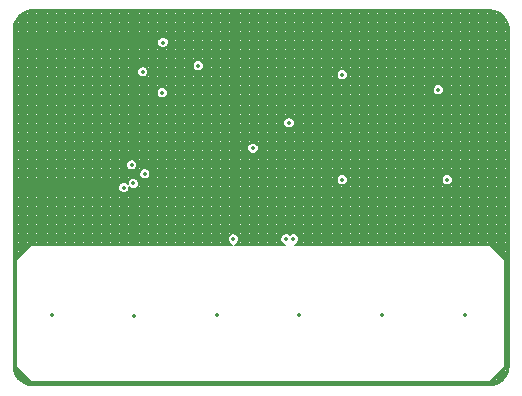
<source format=gbr>
G04 #@! TF.GenerationSoftware,KiCad,Pcbnew,5.0.0*
G04 #@! TF.CreationDate,2019-07-11T02:24:03-06:00*
G04 #@! TF.ProjectId,woose-tracker,776F6F73652D747261636B65722E6B69,1*
G04 #@! TF.SameCoordinates,Original*
G04 #@! TF.FileFunction,Copper,L2,Inr,Signal*
G04 #@! TF.FilePolarity,Positive*
%FSLAX46Y46*%
G04 Gerber Fmt 4.6, Leading zero omitted, Abs format (unit mm)*
G04 Created by KiCad (PCBNEW 5.0.0) date Thu Jul 11 02:24:03 2019*
%MOMM*%
%LPD*%
G01*
G04 APERTURE LIST*
G04 #@! TA.AperFunction,ViaPad*
%ADD10C,0.354000*%
G04 #@! TD*
G04 #@! TA.AperFunction,Conductor*
%ADD11C,0.200000*%
G04 #@! TD*
%ADD12C,0.200000*%
G04 APERTURE END LIST*
D10*
G04 #@! TO.N,/VCC*
X59563000Y-38608000D03*
X57962800Y-48412400D03*
X71945500Y-42926000D03*
G04 #@! TO.N,GND*
X60706000Y-40005000D03*
G04 #@! TO.N,/I2C_SDA*
X58623200Y-46482000D03*
X71691500Y-52768500D03*
G04 #@! TO.N,/I2C_SCL*
X58775600Y-48056800D03*
X67246500Y-52768500D03*
G04 #@! TO.N,/~Touch_Reset*
X61214000Y-40386000D03*
X61277500Y-36131500D03*
G04 #@! TO.N,/~Touch_IRQ*
X59740800Y-47244000D03*
X72326500Y-52768500D03*
G04 #@! TO.N,/cap3*
X85344000Y-47752000D03*
G04 #@! TO.N,/cap7*
X79858000Y-59220000D03*
G04 #@! TO.N,/cap8*
X72834500Y-59182000D03*
G04 #@! TO.N,/cap9*
X65858000Y-59220000D03*
G04 #@! TO.N,/cap10*
X58864500Y-59245500D03*
G04 #@! TO.N,/cap0*
X64262000Y-38100000D03*
G04 #@! TO.N,/cap5*
X68897500Y-45085000D03*
G04 #@! TO.N,/cap2*
X84582000Y-40132000D03*
G04 #@! TO.N,/cap4*
X76454000Y-47752000D03*
G04 #@! TO.N,/cap1*
X76454000Y-38862000D03*
G04 #@! TO.N,/cap6*
X86868000Y-59182000D03*
G04 #@! TO.N,/cap11*
X51879500Y-59182000D03*
G04 #@! TD*
D11*
G04 #@! TO.N,GND*
X50305917Y-33395000D02*
X88873281Y-33395000D01*
X49546558Y-33585000D02*
X89627312Y-33585000D01*
X49253424Y-33775000D02*
X89924981Y-33775000D01*
X49068438Y-33965000D02*
X90145486Y-33965000D01*
X48904723Y-34155000D02*
X90268764Y-34155000D01*
X48815764Y-34345000D02*
X90391916Y-34345000D01*
X48729376Y-34535000D02*
X90453477Y-34535000D01*
X48685656Y-34725000D02*
X90510298Y-34725000D01*
X48658446Y-34915000D02*
X90545784Y-34915000D01*
X48635000Y-35105000D02*
X90557001Y-35105000D01*
X48635000Y-35295000D02*
X90557001Y-35295000D01*
X48635000Y-35485000D02*
X90557001Y-35485000D01*
X48635000Y-35675000D02*
X61133128Y-35675000D01*
X61421873Y-35675000D02*
X90557001Y-35675000D01*
X48635000Y-35865000D02*
X60871587Y-35865000D01*
X61683414Y-35865000D02*
X90557001Y-35865000D01*
X48635000Y-36055000D02*
X60800500Y-36055000D01*
X61754500Y-36055000D02*
X90557001Y-36055000D01*
X48635000Y-36245000D02*
X60808212Y-36245000D01*
X61746787Y-36245000D02*
X90557001Y-36245000D01*
X48635000Y-36435000D02*
X60906420Y-36435000D01*
X61648580Y-36435000D02*
X90557001Y-36435000D01*
X48635000Y-36625000D02*
X90557001Y-36625000D01*
X48635000Y-36815000D02*
X90557001Y-36815000D01*
X48635000Y-37005000D02*
X90557001Y-37005000D01*
X48635000Y-37195000D02*
X90557001Y-37195000D01*
X48635000Y-37385000D02*
X90557001Y-37385000D01*
X48635000Y-37575000D02*
X90557001Y-37575000D01*
X48635000Y-37765000D02*
X63922420Y-37765000D01*
X64601580Y-37765000D02*
X90557001Y-37765000D01*
X48635000Y-37955000D02*
X63805760Y-37955000D01*
X64718241Y-37955000D02*
X90557001Y-37955000D01*
X48635000Y-38145000D02*
X59434320Y-38145000D01*
X59691681Y-38145000D02*
X63785000Y-38145000D01*
X64739000Y-38145000D02*
X90557001Y-38145000D01*
X48635000Y-38335000D02*
X59161420Y-38335000D01*
X59964580Y-38335000D02*
X63843039Y-38335000D01*
X64680960Y-38335000D02*
X90557001Y-38335000D01*
X48635000Y-38525000D02*
X59086000Y-38525000D01*
X60040000Y-38525000D02*
X64041579Y-38525000D01*
X64482420Y-38525000D02*
X76116420Y-38525000D01*
X76791580Y-38525000D02*
X90557001Y-38525000D01*
X48635000Y-38715000D02*
X59091019Y-38715000D01*
X60034980Y-38715000D02*
X75998589Y-38715000D01*
X76909412Y-38715000D02*
X90557001Y-38715000D01*
X48635000Y-38905000D02*
X59185420Y-38905000D01*
X59940580Y-38905000D02*
X75977000Y-38905000D01*
X76931000Y-38905000D02*
X90557001Y-38905000D01*
X48635000Y-39095000D02*
X76034210Y-39095000D01*
X76873789Y-39095000D02*
X90557001Y-39095000D01*
X48635000Y-39285000D02*
X76228751Y-39285000D01*
X76679248Y-39285000D02*
X90557001Y-39285000D01*
X48635000Y-39475000D02*
X90557001Y-39475000D01*
X48635000Y-39665000D02*
X84462977Y-39665000D01*
X84701024Y-39665000D02*
X90557001Y-39665000D01*
X48635000Y-39855000D02*
X84184420Y-39855000D01*
X84979580Y-39855000D02*
X90557001Y-39855000D01*
X48635000Y-40045000D02*
X60880420Y-40045000D01*
X61547580Y-40045000D02*
X84105000Y-40045000D01*
X85059000Y-40045000D02*
X90557001Y-40045000D01*
X48635000Y-40235000D02*
X60760246Y-40235000D01*
X61667755Y-40235000D02*
X84108362Y-40235000D01*
X85055637Y-40235000D02*
X90557001Y-40235000D01*
X48635000Y-40425000D02*
X60737000Y-40425000D01*
X61691000Y-40425000D02*
X84200420Y-40425000D01*
X84963580Y-40425000D02*
X90557001Y-40425000D01*
X48635000Y-40615000D02*
X60792553Y-40615000D01*
X61635446Y-40615000D02*
X90557001Y-40615000D01*
X48635000Y-40805000D02*
X60979094Y-40805000D01*
X61448905Y-40805000D02*
X90557001Y-40805000D01*
X48635000Y-40995000D02*
X90557001Y-40995000D01*
X48635000Y-41185000D02*
X90557001Y-41185000D01*
X48635000Y-41375000D02*
X90557001Y-41375000D01*
X48635000Y-41565000D02*
X90557001Y-41565000D01*
X48635000Y-41755000D02*
X90557001Y-41755000D01*
X48635000Y-41945000D02*
X90557001Y-41945000D01*
X48635000Y-42135000D02*
X90557001Y-42135000D01*
X48635000Y-42325000D02*
X90557001Y-42325000D01*
X48635000Y-42515000D02*
X71691281Y-42515000D01*
X72199720Y-42515000D02*
X90557001Y-42515000D01*
X48635000Y-42705000D02*
X71520741Y-42705000D01*
X72370260Y-42705000D02*
X90557001Y-42705000D01*
X48635000Y-42895000D02*
X71468500Y-42895000D01*
X72422500Y-42895000D02*
X90557001Y-42895000D01*
X48635000Y-43085000D02*
X71495058Y-43085000D01*
X72395941Y-43085000D02*
X90557001Y-43085000D01*
X48635000Y-43275000D02*
X71619920Y-43275000D01*
X72271080Y-43275000D02*
X90557001Y-43275000D01*
X48635000Y-43465000D02*
X90557001Y-43465000D01*
X48635000Y-43655000D02*
X90557001Y-43655000D01*
X48635000Y-43845000D02*
X90557001Y-43845000D01*
X48635000Y-44035000D02*
X90557001Y-44035000D01*
X48635000Y-44225000D02*
X90557001Y-44225000D01*
X48635000Y-44415000D02*
X90557001Y-44415000D01*
X48635000Y-44605000D02*
X90557001Y-44605000D01*
X48635000Y-44795000D02*
X68512920Y-44795000D01*
X69282080Y-44795000D02*
X90557001Y-44795000D01*
X48635000Y-44985000D02*
X68422621Y-44985000D01*
X69372380Y-44985000D02*
X90557001Y-44985000D01*
X48635000Y-45175000D02*
X68420500Y-45175000D01*
X69374500Y-45175000D02*
X90557001Y-45175000D01*
X48635000Y-45365000D02*
X68502920Y-45365000D01*
X69292080Y-45365000D02*
X90557001Y-45365000D01*
X48635000Y-45555000D02*
X68785719Y-45555000D01*
X69009280Y-45555000D02*
X90557001Y-45555000D01*
X48635000Y-45745000D02*
X90557001Y-45745000D01*
X48635000Y-45935000D02*
X90557001Y-45935000D01*
X48635000Y-46125000D02*
X58305620Y-46125000D01*
X58940780Y-46125000D02*
X90557001Y-46125000D01*
X48635000Y-46315000D02*
X58176073Y-46315000D01*
X59070328Y-46315000D02*
X90557001Y-46315000D01*
X48635000Y-46505000D02*
X58146200Y-46505000D01*
X59100200Y-46505000D02*
X90557001Y-46505000D01*
X48635000Y-46695000D02*
X58195126Y-46695000D01*
X59051273Y-46695000D02*
X90557001Y-46695000D01*
X48635000Y-46885000D02*
X58351620Y-46885000D01*
X58894780Y-46885000D02*
X59425220Y-46885000D01*
X60056380Y-46885000D02*
X90557001Y-46885000D01*
X48635000Y-47075000D02*
X59294502Y-47075000D01*
X60187099Y-47075000D02*
X90557001Y-47075000D01*
X48635000Y-47265000D02*
X59263800Y-47265000D01*
X60217800Y-47265000D02*
X90557001Y-47265000D01*
X48635000Y-47455000D02*
X59311898Y-47455000D01*
X60169701Y-47455000D02*
X76076420Y-47455000D01*
X76831580Y-47455000D02*
X84966420Y-47455000D01*
X85721580Y-47455000D02*
X90557001Y-47455000D01*
X48635000Y-47645000D02*
X58523313Y-47645000D01*
X59027888Y-47645000D02*
X59467220Y-47645000D01*
X60014380Y-47645000D02*
X75982020Y-47645000D01*
X76925981Y-47645000D02*
X84872020Y-47645000D01*
X85815981Y-47645000D02*
X90557001Y-47645000D01*
X48635000Y-47835000D02*
X58351172Y-47835000D01*
X59200029Y-47835000D02*
X75977000Y-47835000D01*
X76931000Y-47835000D02*
X84867000Y-47835000D01*
X85821000Y-47835000D02*
X90557001Y-47835000D01*
X48635000Y-48025000D02*
X57675620Y-48025000D01*
X58249980Y-48025000D02*
X58298600Y-48025000D01*
X59252600Y-48025000D02*
X76052420Y-48025000D01*
X76855580Y-48025000D02*
X84942420Y-48025000D01*
X85745580Y-48025000D02*
X90557001Y-48025000D01*
X48635000Y-48215000D02*
X57528265Y-48215000D01*
X59226372Y-48215000D02*
X76325319Y-48215000D01*
X76582680Y-48215000D02*
X85215319Y-48215000D01*
X85472680Y-48215000D02*
X90557001Y-48215000D01*
X48635000Y-48405000D02*
X57485800Y-48405000D01*
X58439800Y-48405000D02*
X58449220Y-48405000D01*
X59101980Y-48405000D02*
X90557001Y-48405000D01*
X48635000Y-48595000D02*
X57522134Y-48595000D01*
X58403465Y-48595000D02*
X90557001Y-48595000D01*
X48635000Y-48785000D02*
X57660820Y-48785000D01*
X58264780Y-48785000D02*
X90557001Y-48785000D01*
X48635000Y-48975000D02*
X90557001Y-48975000D01*
X48635000Y-49165000D02*
X90557001Y-49165000D01*
X48635000Y-49355000D02*
X90557001Y-49355000D01*
X48635000Y-49545000D02*
X90557001Y-49545000D01*
X48635000Y-49735000D02*
X90557001Y-49735000D01*
X48635000Y-49925000D02*
X90557001Y-49925000D01*
X48635000Y-50115000D02*
X90557001Y-50115000D01*
X48635000Y-50305000D02*
X90557001Y-50305000D01*
X48635000Y-50495000D02*
X90557001Y-50495000D01*
X48635000Y-50685000D02*
X90557001Y-50685000D01*
X48635000Y-50875000D02*
X90557001Y-50875000D01*
X48635000Y-51065000D02*
X90557001Y-51065000D01*
X48635000Y-51255000D02*
X90557001Y-51255000D01*
X48635000Y-51445000D02*
X90557001Y-51445000D01*
X48635000Y-51635000D02*
X90557001Y-51635000D01*
X48635000Y-51825000D02*
X90557001Y-51825000D01*
X48635000Y-52015000D02*
X90557001Y-52015000D01*
X48635000Y-52205000D02*
X90557001Y-52205000D01*
X48635000Y-52395000D02*
X66945420Y-52395000D01*
X67547580Y-52395000D02*
X71390420Y-52395000D01*
X71992580Y-52395000D02*
X72025420Y-52395000D01*
X72627580Y-52395000D02*
X90557001Y-52395000D01*
X48635000Y-52585000D02*
X66806208Y-52585000D01*
X67686793Y-52585000D02*
X71251208Y-52585000D01*
X72766793Y-52585000D02*
X90557001Y-52585000D01*
X48635000Y-52775000D02*
X66769500Y-52775000D01*
X67723500Y-52775000D02*
X71214500Y-52775000D01*
X72803500Y-52775000D02*
X90557001Y-52775000D01*
X48635000Y-52965000D02*
X66811591Y-52965000D01*
X67681408Y-52965000D02*
X71256591Y-52965000D01*
X72761408Y-52965000D02*
X90557001Y-52965000D01*
X48635000Y-53155000D02*
X66958420Y-53155000D01*
X67534580Y-53155000D02*
X71403420Y-53155000D01*
X72614580Y-53155000D02*
X90557001Y-53155000D01*
X48635000Y-53345000D02*
X50018578Y-53345000D01*
X89046422Y-53345000D02*
X90557001Y-53345000D01*
X48635000Y-53535000D02*
X49828578Y-53535000D01*
X89236422Y-53535000D02*
X90557001Y-53535000D01*
X48635000Y-53725000D02*
X49638578Y-53725000D01*
X89426422Y-53725000D02*
X90557001Y-53725000D01*
X48635000Y-53915000D02*
X49448578Y-53915000D01*
X89616422Y-53915000D02*
X90557001Y-53915000D01*
X48635000Y-54105000D02*
X49258578Y-54105000D01*
X89806422Y-54105000D02*
X90557001Y-54105000D01*
X48635000Y-54295000D02*
X49068578Y-54295000D01*
X89996422Y-54295000D02*
X90557001Y-54295000D01*
X48635000Y-54485000D02*
X48878578Y-54485000D01*
X90186422Y-54485000D02*
X90557001Y-54485000D01*
X48635000Y-54675000D02*
X48795000Y-54675000D01*
X90270000Y-54675000D02*
X90557001Y-54675000D01*
X48635000Y-54865000D02*
X48795000Y-54865000D01*
X90270000Y-54865000D02*
X90557001Y-54865000D01*
X48635000Y-55055000D02*
X48795000Y-55055000D01*
X90270000Y-55055000D02*
X90557001Y-55055000D01*
X48635000Y-55245000D02*
X48795000Y-55245000D01*
X90270000Y-55245000D02*
X90557001Y-55245000D01*
X48635000Y-55435000D02*
X48795000Y-55435000D01*
X90270000Y-55435000D02*
X90557001Y-55435000D01*
X48635000Y-55625000D02*
X48795000Y-55625000D01*
X90270000Y-55625000D02*
X90557001Y-55625000D01*
X48635000Y-55815000D02*
X48795000Y-55815000D01*
X90270000Y-55815000D02*
X90557001Y-55815000D01*
X48635000Y-56005000D02*
X48795000Y-56005000D01*
X90270000Y-56005000D02*
X90557001Y-56005000D01*
X48635000Y-56195000D02*
X48795000Y-56195000D01*
X90270000Y-56195000D02*
X90557001Y-56195000D01*
X48635000Y-56385000D02*
X48795000Y-56385000D01*
X90270000Y-56385000D02*
X90557001Y-56385000D01*
X48635000Y-56575000D02*
X48795000Y-56575000D01*
X90270000Y-56575000D02*
X90557001Y-56575000D01*
X48635000Y-56765000D02*
X48795000Y-56765000D01*
X90270000Y-56765000D02*
X90557001Y-56765000D01*
X48635000Y-56955000D02*
X48795000Y-56955000D01*
X90270000Y-56955000D02*
X90557001Y-56955000D01*
X48635000Y-57145000D02*
X48795000Y-57145000D01*
X90270000Y-57145000D02*
X90557001Y-57145000D01*
X48635000Y-57335000D02*
X48795000Y-57335000D01*
X90270000Y-57335000D02*
X90557001Y-57335000D01*
X48635000Y-57525000D02*
X48795000Y-57525000D01*
X90270000Y-57525000D02*
X90557001Y-57525000D01*
X48635000Y-57715000D02*
X48795000Y-57715000D01*
X90270000Y-57715000D02*
X90557001Y-57715000D01*
X48635000Y-57905000D02*
X48795000Y-57905000D01*
X90270000Y-57905000D02*
X90557001Y-57905000D01*
X48635000Y-58095000D02*
X48795000Y-58095000D01*
X90270000Y-58095000D02*
X90557001Y-58095000D01*
X48635000Y-58285000D02*
X48795000Y-58285000D01*
X90270000Y-58285000D02*
X90557001Y-58285000D01*
X48635000Y-58475000D02*
X48795000Y-58475000D01*
X90270000Y-58475000D02*
X90557001Y-58475000D01*
X48635000Y-58665000D02*
X48795000Y-58665000D01*
X90270000Y-58665000D02*
X90557001Y-58665000D01*
X48635000Y-58855000D02*
X48795000Y-58855000D01*
X90270000Y-58855000D02*
X90557001Y-58855000D01*
X48635000Y-59045000D02*
X48795000Y-59045000D01*
X90270000Y-59045000D02*
X90557001Y-59045000D01*
X48635000Y-59235000D02*
X48795000Y-59235000D01*
X90270000Y-59235000D02*
X90557001Y-59235000D01*
X48635000Y-59425000D02*
X48795000Y-59425000D01*
X90270000Y-59425000D02*
X90557001Y-59425000D01*
X48635000Y-59615000D02*
X48795000Y-59615000D01*
X90270000Y-59615000D02*
X90557001Y-59615000D01*
X48635000Y-59805000D02*
X48795000Y-59805000D01*
X90270000Y-59805000D02*
X90557001Y-59805000D01*
X48635000Y-59995000D02*
X48795000Y-59995000D01*
X90270000Y-59995000D02*
X90557001Y-59995000D01*
X48635000Y-60185000D02*
X48795000Y-60185000D01*
X90270000Y-60185000D02*
X90557001Y-60185000D01*
X48635000Y-60375000D02*
X48795000Y-60375000D01*
X90270000Y-60375000D02*
X90557001Y-60375000D01*
X48635000Y-60565000D02*
X48795000Y-60565000D01*
X90270000Y-60565000D02*
X90557001Y-60565000D01*
X48635000Y-60755000D02*
X48795000Y-60755000D01*
X90270000Y-60755000D02*
X90557001Y-60755000D01*
X48635000Y-60945000D02*
X48795000Y-60945000D01*
X90270000Y-60945000D02*
X90557001Y-60945000D01*
X48635000Y-61135000D02*
X48795000Y-61135000D01*
X90270000Y-61135000D02*
X90557001Y-61135000D01*
X48635000Y-61325000D02*
X48795000Y-61325000D01*
X90270000Y-61325000D02*
X90557001Y-61325000D01*
X48635000Y-61515000D02*
X48795000Y-61515000D01*
X90270000Y-61515000D02*
X90557001Y-61515000D01*
X48635000Y-61705000D02*
X48795000Y-61705000D01*
X90270000Y-61705000D02*
X90557001Y-61705000D01*
X48635000Y-61895000D02*
X48795000Y-61895000D01*
X90270000Y-61895000D02*
X90557001Y-61895000D01*
X48635000Y-62085000D02*
X48795000Y-62085000D01*
X90270000Y-62085000D02*
X90557001Y-62085000D01*
X48635000Y-62275000D02*
X48795000Y-62275000D01*
X90270000Y-62275000D02*
X90557001Y-62275000D01*
X48635000Y-62465000D02*
X48795000Y-62465000D01*
X90270000Y-62465000D02*
X90557001Y-62465000D01*
X48635000Y-62655000D02*
X48795000Y-62655000D01*
X90270000Y-62655000D02*
X90557001Y-62655000D01*
X48635000Y-62845000D02*
X48795000Y-62845000D01*
X90270000Y-62845000D02*
X90557001Y-62845000D01*
X48635000Y-63035000D02*
X48795000Y-63035000D01*
X90270000Y-63035000D02*
X90557001Y-63035000D01*
X48635000Y-63225000D02*
X48795000Y-63225000D01*
X90270000Y-63225000D02*
X90557001Y-63225000D01*
X48635000Y-63415000D02*
X48795000Y-63415000D01*
X90270000Y-63415000D02*
X90557001Y-63415000D01*
X48643838Y-63605000D02*
X48858578Y-63605000D01*
X90206422Y-63605000D02*
X90538137Y-63605000D01*
X48672131Y-63795000D02*
X49048578Y-63795000D01*
X90016422Y-63795000D02*
X90510926Y-63795000D01*
X48728953Y-63985000D02*
X49238578Y-63985000D01*
X89826422Y-63985000D02*
X90477173Y-63985000D01*
X48785775Y-64175000D02*
X49428578Y-64175000D01*
X89636422Y-64175000D02*
X90390786Y-64175000D01*
X48902494Y-64365000D02*
X49618578Y-64365000D01*
X89446422Y-64365000D02*
X90304398Y-64365000D01*
X49025647Y-64555000D02*
X49808578Y-64555000D01*
X89256422Y-64555000D02*
X90151135Y-64555000D01*
X49229881Y-64745000D02*
X49998578Y-64745000D01*
X89066422Y-64745000D02*
X89987420Y-64745000D01*
X49494307Y-64935000D02*
X89694812Y-64935000D01*
X50095275Y-65125000D02*
X89177846Y-65125000D01*
X90557001Y-35065931D02*
X90557001Y-35065931D01*
X90367001Y-34306559D02*
X90367001Y-64227310D01*
X90177001Y-34013425D02*
X90177001Y-54475579D01*
X90177001Y-63634421D02*
X90177001Y-64524980D01*
X89987001Y-33828439D02*
X89987001Y-54285579D01*
X89987001Y-63824421D02*
X89987001Y-64745485D01*
X89797001Y-33664724D02*
X89797001Y-54095579D01*
X89797001Y-64014421D02*
X89797001Y-64868763D01*
X89607001Y-33575764D02*
X89607001Y-53905579D01*
X89607001Y-64204421D02*
X89607001Y-64991916D01*
X89417001Y-33489377D02*
X89417001Y-53715579D01*
X89417001Y-64394421D02*
X89417001Y-65053477D01*
X89227001Y-33445657D02*
X89227001Y-53525579D01*
X89227001Y-64584421D02*
X89227001Y-65110299D01*
X89037001Y-33418446D02*
X89037001Y-53335579D01*
X89037001Y-64774421D02*
X89037001Y-65145784D01*
X88847001Y-33395000D02*
X88847001Y-53240000D01*
X88847001Y-64870000D02*
X88847001Y-65157000D01*
X88657001Y-33395000D02*
X88657001Y-53240000D01*
X88657001Y-64870000D02*
X88657001Y-65157000D01*
X88467001Y-33395000D02*
X88467001Y-53240000D01*
X88467001Y-64870000D02*
X88467001Y-65157000D01*
X88277001Y-33395000D02*
X88277001Y-53240000D01*
X88277001Y-64870000D02*
X88277001Y-65157000D01*
X88087001Y-33395000D02*
X88087001Y-53240000D01*
X88087001Y-64870000D02*
X88087001Y-65157000D01*
X87897001Y-33395000D02*
X87897001Y-53240000D01*
X87897001Y-64870000D02*
X87897001Y-65157000D01*
X87707001Y-33395000D02*
X87707001Y-53240000D01*
X87707001Y-64870000D02*
X87707001Y-65157000D01*
X87517001Y-33395000D02*
X87517001Y-53240000D01*
X87517001Y-64870000D02*
X87517001Y-65157000D01*
X87327001Y-33395000D02*
X87327001Y-53240000D01*
X87327001Y-64870000D02*
X87327001Y-65157000D01*
X87137001Y-33395000D02*
X87137001Y-53240000D01*
X87137001Y-64870000D02*
X87137001Y-65157000D01*
X86947001Y-33395000D02*
X86947001Y-53240000D01*
X86947001Y-64870000D02*
X86947001Y-65157000D01*
X86757001Y-33395000D02*
X86757001Y-53240000D01*
X86757001Y-64870000D02*
X86757001Y-65157000D01*
X86567001Y-33395000D02*
X86567001Y-53240000D01*
X86567001Y-64870000D02*
X86567001Y-65157000D01*
X86377001Y-33395000D02*
X86377001Y-53240000D01*
X86377001Y-64870000D02*
X86377001Y-65157000D01*
X86187001Y-33395000D02*
X86187001Y-53240000D01*
X86187001Y-64870000D02*
X86187001Y-65157000D01*
X85997001Y-33395000D02*
X85997001Y-53240000D01*
X85997001Y-64870000D02*
X85997001Y-65157000D01*
X85807001Y-33395000D02*
X85807001Y-47623323D01*
X85807001Y-47880678D02*
X85807001Y-53240000D01*
X85807001Y-64870000D02*
X85807001Y-65157000D01*
X85617001Y-33395000D02*
X85617001Y-47350421D01*
X85617001Y-48153579D02*
X85617001Y-53240000D01*
X85617001Y-64870000D02*
X85617001Y-65157000D01*
X85427001Y-33395000D02*
X85427001Y-47275000D01*
X85427001Y-48229000D02*
X85427001Y-53240000D01*
X85427001Y-64870000D02*
X85427001Y-65157000D01*
X85237001Y-33395000D02*
X85237001Y-47280019D01*
X85237001Y-48223980D02*
X85237001Y-53240000D01*
X85237001Y-64870000D02*
X85237001Y-65157000D01*
X85047001Y-33395000D02*
X85047001Y-40008151D01*
X85047001Y-40255850D02*
X85047001Y-47374419D01*
X85047001Y-48129581D02*
X85047001Y-53240000D01*
X85047001Y-64870000D02*
X85047001Y-65157000D01*
X84857001Y-33395000D02*
X84857001Y-39732421D01*
X84857001Y-40531579D02*
X84857001Y-47657119D01*
X84857001Y-47657119D02*
X84857001Y-53240000D01*
X84857001Y-64870000D02*
X84857001Y-65157000D01*
X84667001Y-33395000D02*
X84667001Y-39655000D01*
X84667001Y-40609000D02*
X84667001Y-47657119D01*
X84667001Y-47657119D02*
X84667001Y-53240000D01*
X84667001Y-64870000D02*
X84667001Y-65157000D01*
X84477001Y-33395000D02*
X84477001Y-39659191D01*
X84477001Y-40604808D02*
X84477001Y-47657119D01*
X84477001Y-47657119D02*
X84477001Y-53240000D01*
X84477001Y-64870000D02*
X84477001Y-65157000D01*
X84287001Y-33395000D02*
X84287001Y-39752419D01*
X84287001Y-40511581D02*
X84287001Y-47657119D01*
X84287001Y-47657119D02*
X84287001Y-53240000D01*
X84287001Y-64870000D02*
X84287001Y-65157000D01*
X84097001Y-33395000D02*
X84097001Y-40037119D01*
X84097001Y-40037119D02*
X84097001Y-47657119D01*
X84097001Y-47657119D02*
X84097001Y-53240000D01*
X84097001Y-64870000D02*
X84097001Y-65157000D01*
X83907001Y-33395000D02*
X83907001Y-40037119D01*
X83907001Y-40037119D02*
X83907001Y-47657119D01*
X83907001Y-47657119D02*
X83907001Y-53240000D01*
X83907001Y-64870000D02*
X83907001Y-65157000D01*
X83717001Y-33395000D02*
X83717001Y-40037119D01*
X83717001Y-40037119D02*
X83717001Y-47657119D01*
X83717001Y-47657119D02*
X83717001Y-53240000D01*
X83717001Y-64870000D02*
X83717001Y-65157000D01*
X83527001Y-33395000D02*
X83527001Y-40037119D01*
X83527001Y-40037119D02*
X83527001Y-47657119D01*
X83527001Y-47657119D02*
X83527001Y-53240000D01*
X83527001Y-64870000D02*
X83527001Y-65157000D01*
X83337001Y-33395000D02*
X83337001Y-40037119D01*
X83337001Y-40037119D02*
X83337001Y-47657119D01*
X83337001Y-47657119D02*
X83337001Y-53240000D01*
X83337001Y-64870000D02*
X83337001Y-65157000D01*
X83147001Y-33395000D02*
X83147001Y-40037119D01*
X83147001Y-40037119D02*
X83147001Y-47657119D01*
X83147001Y-47657119D02*
X83147001Y-53240000D01*
X83147001Y-64870000D02*
X83147001Y-65157000D01*
X82957001Y-33395000D02*
X82957001Y-40037119D01*
X82957001Y-40037119D02*
X82957001Y-47657119D01*
X82957001Y-47657119D02*
X82957001Y-53240000D01*
X82957001Y-64870000D02*
X82957001Y-65157000D01*
X82767001Y-33395000D02*
X82767001Y-40037119D01*
X82767001Y-40037119D02*
X82767001Y-47657119D01*
X82767001Y-47657119D02*
X82767001Y-53240000D01*
X82767001Y-64870000D02*
X82767001Y-65157000D01*
X82577001Y-33395000D02*
X82577001Y-40037119D01*
X82577001Y-40037119D02*
X82577001Y-47657119D01*
X82577001Y-47657119D02*
X82577001Y-53240000D01*
X82577001Y-64870000D02*
X82577001Y-65157000D01*
X82387001Y-33395000D02*
X82387001Y-40037119D01*
X82387001Y-40037119D02*
X82387001Y-47657119D01*
X82387001Y-47657119D02*
X82387001Y-53240000D01*
X82387001Y-64870000D02*
X82387001Y-65157000D01*
X82197001Y-33395000D02*
X82197001Y-40037119D01*
X82197001Y-40037119D02*
X82197001Y-47657119D01*
X82197001Y-47657119D02*
X82197001Y-53240000D01*
X82197001Y-64870000D02*
X82197001Y-65157000D01*
X82007001Y-33395000D02*
X82007001Y-40037119D01*
X82007001Y-40037119D02*
X82007001Y-47657119D01*
X82007001Y-47657119D02*
X82007001Y-53240000D01*
X82007001Y-64870000D02*
X82007001Y-65157000D01*
X81817001Y-33395000D02*
X81817001Y-40037119D01*
X81817001Y-40037119D02*
X81817001Y-47657119D01*
X81817001Y-47657119D02*
X81817001Y-53240000D01*
X81817001Y-64870000D02*
X81817001Y-65157000D01*
X81627001Y-33395000D02*
X81627001Y-40037119D01*
X81627001Y-40037119D02*
X81627001Y-47657119D01*
X81627001Y-47657119D02*
X81627001Y-53240000D01*
X81627001Y-64870000D02*
X81627001Y-65157000D01*
X81437001Y-33395000D02*
X81437001Y-40037119D01*
X81437001Y-40037119D02*
X81437001Y-47657119D01*
X81437001Y-47657119D02*
X81437001Y-53240000D01*
X81437001Y-64870000D02*
X81437001Y-65157000D01*
X81247001Y-33395000D02*
X81247001Y-40037119D01*
X81247001Y-40037119D02*
X81247001Y-47657119D01*
X81247001Y-47657119D02*
X81247001Y-53240000D01*
X81247001Y-64870000D02*
X81247001Y-65157000D01*
X81057001Y-33395000D02*
X81057001Y-40037119D01*
X81057001Y-40037119D02*
X81057001Y-47657119D01*
X81057001Y-47657119D02*
X81057001Y-53240000D01*
X81057001Y-64870000D02*
X81057001Y-65157000D01*
X80867001Y-33395000D02*
X80867001Y-40037119D01*
X80867001Y-40037119D02*
X80867001Y-47657119D01*
X80867001Y-47657119D02*
X80867001Y-53240000D01*
X80867001Y-64870000D02*
X80867001Y-65157000D01*
X80677001Y-33395000D02*
X80677001Y-40037119D01*
X80677001Y-40037119D02*
X80677001Y-47657119D01*
X80677001Y-47657119D02*
X80677001Y-53240000D01*
X80677001Y-64870000D02*
X80677001Y-65157000D01*
X80487001Y-33395000D02*
X80487001Y-40037119D01*
X80487001Y-40037119D02*
X80487001Y-47657119D01*
X80487001Y-47657119D02*
X80487001Y-53240000D01*
X80487001Y-64870000D02*
X80487001Y-65157000D01*
X80297001Y-33395000D02*
X80297001Y-40037119D01*
X80297001Y-40037119D02*
X80297001Y-47657119D01*
X80297001Y-47657119D02*
X80297001Y-53240000D01*
X80297001Y-64870000D02*
X80297001Y-65157000D01*
X80107001Y-33395000D02*
X80107001Y-40037119D01*
X80107001Y-40037119D02*
X80107001Y-47657119D01*
X80107001Y-47657119D02*
X80107001Y-53240000D01*
X80107001Y-64870000D02*
X80107001Y-65157000D01*
X79917001Y-33395000D02*
X79917001Y-40037119D01*
X79917001Y-40037119D02*
X79917001Y-47657119D01*
X79917001Y-47657119D02*
X79917001Y-53240000D01*
X79917001Y-64870000D02*
X79917001Y-65157000D01*
X79727001Y-33395000D02*
X79727001Y-40037119D01*
X79727001Y-40037119D02*
X79727001Y-47657119D01*
X79727001Y-47657119D02*
X79727001Y-53240000D01*
X79727001Y-64870000D02*
X79727001Y-65157000D01*
X79537001Y-33395000D02*
X79537001Y-40037119D01*
X79537001Y-40037119D02*
X79537001Y-47657119D01*
X79537001Y-47657119D02*
X79537001Y-53240000D01*
X79537001Y-64870000D02*
X79537001Y-65157000D01*
X79347001Y-33395000D02*
X79347001Y-40037119D01*
X79347001Y-40037119D02*
X79347001Y-47657119D01*
X79347001Y-47657119D02*
X79347001Y-53240000D01*
X79347001Y-64870000D02*
X79347001Y-65157000D01*
X79157001Y-33395000D02*
X79157001Y-40037119D01*
X79157001Y-40037119D02*
X79157001Y-47657119D01*
X79157001Y-47657119D02*
X79157001Y-53240000D01*
X79157001Y-64870000D02*
X79157001Y-65157000D01*
X78967001Y-33395000D02*
X78967001Y-40037119D01*
X78967001Y-40037119D02*
X78967001Y-47657119D01*
X78967001Y-47657119D02*
X78967001Y-53240000D01*
X78967001Y-64870000D02*
X78967001Y-65157000D01*
X78777001Y-33395000D02*
X78777001Y-40037119D01*
X78777001Y-40037119D02*
X78777001Y-47657119D01*
X78777001Y-47657119D02*
X78777001Y-53240000D01*
X78777001Y-64870000D02*
X78777001Y-65157000D01*
X78587001Y-33395000D02*
X78587001Y-40037119D01*
X78587001Y-40037119D02*
X78587001Y-47657119D01*
X78587001Y-47657119D02*
X78587001Y-53240000D01*
X78587001Y-64870000D02*
X78587001Y-65157000D01*
X78397001Y-33395000D02*
X78397001Y-40037119D01*
X78397001Y-40037119D02*
X78397001Y-47657119D01*
X78397001Y-47657119D02*
X78397001Y-53240000D01*
X78397001Y-64870000D02*
X78397001Y-65157000D01*
X78207001Y-33395000D02*
X78207001Y-40037119D01*
X78207001Y-40037119D02*
X78207001Y-47657119D01*
X78207001Y-47657119D02*
X78207001Y-53240000D01*
X78207001Y-64870000D02*
X78207001Y-65157000D01*
X78017001Y-33395000D02*
X78017001Y-40037119D01*
X78017001Y-40037119D02*
X78017001Y-47657119D01*
X78017001Y-47657119D02*
X78017001Y-53240000D01*
X78017001Y-64870000D02*
X78017001Y-65157000D01*
X77827001Y-33395000D02*
X77827001Y-40037119D01*
X77827001Y-40037119D02*
X77827001Y-47657119D01*
X77827001Y-47657119D02*
X77827001Y-53240000D01*
X77827001Y-64870000D02*
X77827001Y-65157000D01*
X77637001Y-33395000D02*
X77637001Y-40037119D01*
X77637001Y-40037119D02*
X77637001Y-47657119D01*
X77637001Y-47657119D02*
X77637001Y-53240000D01*
X77637001Y-64870000D02*
X77637001Y-65157000D01*
X77447001Y-33395000D02*
X77447001Y-40037119D01*
X77447001Y-40037119D02*
X77447001Y-47657119D01*
X77447001Y-47657119D02*
X77447001Y-53240000D01*
X77447001Y-64870000D02*
X77447001Y-65157000D01*
X77257001Y-33395000D02*
X77257001Y-40037119D01*
X77257001Y-40037119D02*
X77257001Y-47657119D01*
X77257001Y-47657119D02*
X77257001Y-53240000D01*
X77257001Y-64870000D02*
X77257001Y-65157000D01*
X77067001Y-33395000D02*
X77067001Y-40037119D01*
X77067001Y-40037119D02*
X77067001Y-47657119D01*
X77067001Y-47657119D02*
X77067001Y-53240000D01*
X77067001Y-64870000D02*
X77067001Y-65157000D01*
X76877001Y-33395000D02*
X76877001Y-38636754D01*
X76877001Y-39087247D02*
X76877001Y-40037119D01*
X76877001Y-40037119D02*
X76877001Y-47526754D01*
X76877001Y-47977247D02*
X76877001Y-53240000D01*
X76877001Y-64870000D02*
X76877001Y-65157000D01*
X76687001Y-33395000D02*
X76687001Y-38442212D01*
X76687001Y-39281789D02*
X76687001Y-40037119D01*
X76687001Y-40037119D02*
X76687001Y-47332212D01*
X76687001Y-48171789D02*
X76687001Y-53240000D01*
X76687001Y-64870000D02*
X76687001Y-65157000D01*
X76497001Y-33395000D02*
X76497001Y-38385000D01*
X76497001Y-39339000D02*
X76497001Y-40037119D01*
X76497001Y-40037119D02*
X76497001Y-47275000D01*
X76497001Y-48229000D02*
X76497001Y-53240000D01*
X76497001Y-64870000D02*
X76497001Y-65157000D01*
X76307001Y-33395000D02*
X76307001Y-38406587D01*
X76307001Y-39317412D02*
X76307001Y-40037119D01*
X76307001Y-40037119D02*
X76307001Y-47296587D01*
X76307001Y-48207412D02*
X76307001Y-53240000D01*
X76307001Y-64870000D02*
X76307001Y-65157000D01*
X76117001Y-33395000D02*
X76117001Y-38524419D01*
X76117001Y-39199581D02*
X76117001Y-40037119D01*
X76117001Y-40037119D02*
X76117001Y-47414419D01*
X76117001Y-48089581D02*
X76117001Y-53240000D01*
X76117001Y-64870000D02*
X76117001Y-65157000D01*
X75927001Y-33395000D02*
X75927001Y-38767119D01*
X75927001Y-38767119D02*
X75927001Y-40037119D01*
X75927001Y-40037119D02*
X75927001Y-47657119D01*
X75927001Y-47657119D02*
X75927001Y-53240000D01*
X75927001Y-64870000D02*
X75927001Y-65157000D01*
X75737001Y-33395000D02*
X75737001Y-38767119D01*
X75737001Y-38767119D02*
X75737001Y-40037119D01*
X75737001Y-40037119D02*
X75737001Y-47657119D01*
X75737001Y-47657119D02*
X75737001Y-53240000D01*
X75737001Y-64870000D02*
X75737001Y-65157000D01*
X75547001Y-33395000D02*
X75547001Y-38767119D01*
X75547001Y-38767119D02*
X75547001Y-40037119D01*
X75547001Y-40037119D02*
X75547001Y-47657119D01*
X75547001Y-47657119D02*
X75547001Y-53240000D01*
X75547001Y-64870000D02*
X75547001Y-65157000D01*
X75357001Y-33395000D02*
X75357001Y-38767119D01*
X75357001Y-38767119D02*
X75357001Y-40037119D01*
X75357001Y-40037119D02*
X75357001Y-47657119D01*
X75357001Y-47657119D02*
X75357001Y-53240000D01*
X75357001Y-64870000D02*
X75357001Y-65157000D01*
X75167001Y-33395000D02*
X75167001Y-38767119D01*
X75167001Y-38767119D02*
X75167001Y-40037119D01*
X75167001Y-40037119D02*
X75167001Y-47657119D01*
X75167001Y-47657119D02*
X75167001Y-53240000D01*
X75167001Y-64870000D02*
X75167001Y-65157000D01*
X74977001Y-33395000D02*
X74977001Y-38767119D01*
X74977001Y-38767119D02*
X74977001Y-40037119D01*
X74977001Y-40037119D02*
X74977001Y-47657119D01*
X74977001Y-47657119D02*
X74977001Y-53240000D01*
X74977001Y-64870000D02*
X74977001Y-65157000D01*
X74787001Y-33395000D02*
X74787001Y-38767119D01*
X74787001Y-38767119D02*
X74787001Y-40037119D01*
X74787001Y-40037119D02*
X74787001Y-47657119D01*
X74787001Y-47657119D02*
X74787001Y-53240000D01*
X74787001Y-64870000D02*
X74787001Y-65157000D01*
X74597001Y-33395000D02*
X74597001Y-38767119D01*
X74597001Y-38767119D02*
X74597001Y-40037119D01*
X74597001Y-40037119D02*
X74597001Y-47657119D01*
X74597001Y-47657119D02*
X74597001Y-53240000D01*
X74597001Y-64870000D02*
X74597001Y-65157000D01*
X74407001Y-33395000D02*
X74407001Y-38767119D01*
X74407001Y-38767119D02*
X74407001Y-40037119D01*
X74407001Y-40037119D02*
X74407001Y-47657119D01*
X74407001Y-47657119D02*
X74407001Y-53240000D01*
X74407001Y-64870000D02*
X74407001Y-65157000D01*
X74217001Y-33395000D02*
X74217001Y-38767119D01*
X74217001Y-38767119D02*
X74217001Y-40037119D01*
X74217001Y-40037119D02*
X74217001Y-47657119D01*
X74217001Y-47657119D02*
X74217001Y-53240000D01*
X74217001Y-64870000D02*
X74217001Y-65157000D01*
X74027001Y-33395000D02*
X74027001Y-38767119D01*
X74027001Y-38767119D02*
X74027001Y-40037119D01*
X74027001Y-40037119D02*
X74027001Y-47657119D01*
X74027001Y-47657119D02*
X74027001Y-53240000D01*
X74027001Y-64870000D02*
X74027001Y-65157000D01*
X73837001Y-33395000D02*
X73837001Y-38767119D01*
X73837001Y-38767119D02*
X73837001Y-40037119D01*
X73837001Y-40037119D02*
X73837001Y-47657119D01*
X73837001Y-47657119D02*
X73837001Y-53240000D01*
X73837001Y-64870000D02*
X73837001Y-65157000D01*
X73647001Y-33395000D02*
X73647001Y-38767119D01*
X73647001Y-38767119D02*
X73647001Y-40037119D01*
X73647001Y-40037119D02*
X73647001Y-47657119D01*
X73647001Y-47657119D02*
X73647001Y-53240000D01*
X73647001Y-64870000D02*
X73647001Y-65157000D01*
X73457001Y-33395000D02*
X73457001Y-38767119D01*
X73457001Y-38767119D02*
X73457001Y-40037119D01*
X73457001Y-40037119D02*
X73457001Y-47657119D01*
X73457001Y-47657119D02*
X73457001Y-53240000D01*
X73457001Y-64870000D02*
X73457001Y-65157000D01*
X73267001Y-33395000D02*
X73267001Y-38767119D01*
X73267001Y-38767119D02*
X73267001Y-40037119D01*
X73267001Y-40037119D02*
X73267001Y-47657119D01*
X73267001Y-47657119D02*
X73267001Y-53240000D01*
X73267001Y-64870000D02*
X73267001Y-65157000D01*
X73077001Y-33395000D02*
X73077001Y-38767119D01*
X73077001Y-38767119D02*
X73077001Y-40037119D01*
X73077001Y-40037119D02*
X73077001Y-47657119D01*
X73077001Y-47657119D02*
X73077001Y-53240000D01*
X73077001Y-64870000D02*
X73077001Y-65157000D01*
X72887001Y-33395000D02*
X72887001Y-38767119D01*
X72887001Y-38767119D02*
X72887001Y-40037119D01*
X72887001Y-40037119D02*
X72887001Y-47657119D01*
X72887001Y-47657119D02*
X72887001Y-53240000D01*
X72887001Y-64870000D02*
X72887001Y-65157000D01*
X72697001Y-33395000D02*
X72697001Y-38767119D01*
X72697001Y-38767119D02*
X72697001Y-40037119D01*
X72697001Y-40037119D02*
X72697001Y-47657119D01*
X72697001Y-47657119D02*
X72697001Y-52464421D01*
X72697001Y-53072579D02*
X72697001Y-53240000D01*
X72697001Y-64870000D02*
X72697001Y-65157000D01*
X72507001Y-33395000D02*
X72507001Y-38767119D01*
X72507001Y-38767119D02*
X72507001Y-40037119D01*
X72507001Y-40037119D02*
X72507001Y-47657119D01*
X72507001Y-47657119D02*
X72507001Y-52326965D01*
X72507001Y-53210036D02*
X72507001Y-53240000D01*
X72507001Y-64870000D02*
X72507001Y-65157000D01*
X72317001Y-33395000D02*
X72317001Y-38767119D01*
X72317001Y-38767119D02*
X72317001Y-40037119D01*
X72317001Y-40037119D02*
X72317001Y-42622921D01*
X72317001Y-43229079D02*
X72317001Y-47657119D01*
X72317001Y-47657119D02*
X72317001Y-52291500D01*
X72317001Y-64870000D02*
X72317001Y-65157000D01*
X72127001Y-33395000D02*
X72127001Y-38767119D01*
X72127001Y-38767119D02*
X72127001Y-40037119D01*
X72127001Y-40037119D02*
X72127001Y-42484880D01*
X72127001Y-43367121D02*
X72127001Y-47657119D01*
X72127001Y-47657119D02*
X72127001Y-52334834D01*
X72127001Y-64870000D02*
X72127001Y-65157000D01*
X71937001Y-33395000D02*
X71937001Y-38767119D01*
X71937001Y-38767119D02*
X71937001Y-40037119D01*
X71937001Y-40037119D02*
X71937001Y-42449000D01*
X71937001Y-43403000D02*
X71937001Y-47657119D01*
X71937001Y-47657119D02*
X71937001Y-52353889D01*
X71937001Y-64870000D02*
X71937001Y-65157000D01*
X71747001Y-33395000D02*
X71747001Y-38767119D01*
X71747001Y-38767119D02*
X71747001Y-40037119D01*
X71747001Y-40037119D02*
X71747001Y-42491919D01*
X71747001Y-43360080D02*
X71747001Y-47657119D01*
X71747001Y-47657119D02*
X71747001Y-52291500D01*
X71747001Y-64870000D02*
X71747001Y-65157000D01*
X71557001Y-33395000D02*
X71557001Y-38767119D01*
X71557001Y-38767119D02*
X71557001Y-40037119D01*
X71557001Y-40037119D02*
X71557001Y-42639919D01*
X71557001Y-43212081D02*
X71557001Y-47657119D01*
X71557001Y-47657119D02*
X71557001Y-52307910D01*
X71557001Y-53229089D02*
X71557001Y-53240000D01*
X71557001Y-64870000D02*
X71557001Y-65157000D01*
X71367001Y-33395000D02*
X71367001Y-38767119D01*
X71367001Y-38767119D02*
X71367001Y-40037119D01*
X71367001Y-40037119D02*
X71367001Y-42831119D01*
X71367001Y-42831119D02*
X71367001Y-47657119D01*
X71367001Y-47657119D02*
X71367001Y-52418419D01*
X71367001Y-53118581D02*
X71367001Y-53240000D01*
X71367001Y-64870000D02*
X71367001Y-65157000D01*
X71177001Y-33395000D02*
X71177001Y-38767119D01*
X71177001Y-38767119D02*
X71177001Y-40037119D01*
X71177001Y-40037119D02*
X71177001Y-42831119D01*
X71177001Y-42831119D02*
X71177001Y-47657119D01*
X71177001Y-47657119D02*
X71177001Y-53240000D01*
X71177001Y-64870000D02*
X71177001Y-65157000D01*
X70987001Y-33395000D02*
X70987001Y-38767119D01*
X70987001Y-38767119D02*
X70987001Y-40037119D01*
X70987001Y-40037119D02*
X70987001Y-42831119D01*
X70987001Y-42831119D02*
X70987001Y-47657119D01*
X70987001Y-47657119D02*
X70987001Y-53240000D01*
X70987001Y-64870000D02*
X70987001Y-65157000D01*
X70797001Y-33395000D02*
X70797001Y-38767119D01*
X70797001Y-38767119D02*
X70797001Y-40037119D01*
X70797001Y-40037119D02*
X70797001Y-42831119D01*
X70797001Y-42831119D02*
X70797001Y-47657119D01*
X70797001Y-47657119D02*
X70797001Y-53240000D01*
X70797001Y-64870000D02*
X70797001Y-65157000D01*
X70607001Y-33395000D02*
X70607001Y-38767119D01*
X70607001Y-38767119D02*
X70607001Y-40037119D01*
X70607001Y-40037119D02*
X70607001Y-42831119D01*
X70607001Y-42831119D02*
X70607001Y-47657119D01*
X70607001Y-47657119D02*
X70607001Y-53240000D01*
X70607001Y-64870000D02*
X70607001Y-65157000D01*
X70417001Y-33395000D02*
X70417001Y-38767119D01*
X70417001Y-38767119D02*
X70417001Y-40037119D01*
X70417001Y-40037119D02*
X70417001Y-42831119D01*
X70417001Y-42831119D02*
X70417001Y-47657119D01*
X70417001Y-47657119D02*
X70417001Y-53240000D01*
X70417001Y-64870000D02*
X70417001Y-65157000D01*
X70227001Y-33395000D02*
X70227001Y-38767119D01*
X70227001Y-38767119D02*
X70227001Y-40037119D01*
X70227001Y-40037119D02*
X70227001Y-42831119D01*
X70227001Y-42831119D02*
X70227001Y-47657119D01*
X70227001Y-47657119D02*
X70227001Y-53240000D01*
X70227001Y-64870000D02*
X70227001Y-65157000D01*
X70037001Y-33395000D02*
X70037001Y-38767119D01*
X70037001Y-38767119D02*
X70037001Y-40037119D01*
X70037001Y-40037119D02*
X70037001Y-42831119D01*
X70037001Y-42831119D02*
X70037001Y-47657119D01*
X70037001Y-47657119D02*
X70037001Y-53240000D01*
X70037001Y-64870000D02*
X70037001Y-65157000D01*
X69847001Y-33395000D02*
X69847001Y-38767119D01*
X69847001Y-38767119D02*
X69847001Y-40037119D01*
X69847001Y-40037119D02*
X69847001Y-42831119D01*
X69847001Y-42831119D02*
X69847001Y-47657119D01*
X69847001Y-47657119D02*
X69847001Y-53240000D01*
X69847001Y-64870000D02*
X69847001Y-65157000D01*
X69657001Y-33395000D02*
X69657001Y-38767119D01*
X69657001Y-38767119D02*
X69657001Y-40037119D01*
X69657001Y-40037119D02*
X69657001Y-42831119D01*
X69657001Y-42831119D02*
X69657001Y-47657119D01*
X69657001Y-47657119D02*
X69657001Y-53240000D01*
X69657001Y-64870000D02*
X69657001Y-65157000D01*
X69467001Y-33395000D02*
X69467001Y-38767119D01*
X69467001Y-38767119D02*
X69467001Y-40037119D01*
X69467001Y-40037119D02*
X69467001Y-42831119D01*
X69467001Y-42831119D02*
X69467001Y-47657119D01*
X69467001Y-47657119D02*
X69467001Y-53240000D01*
X69467001Y-64870000D02*
X69467001Y-65157000D01*
X69277001Y-33395000D02*
X69277001Y-38767119D01*
X69277001Y-38767119D02*
X69277001Y-40037119D01*
X69277001Y-40037119D02*
X69277001Y-42831119D01*
X69277001Y-42831119D02*
X69277001Y-44789921D01*
X69277001Y-45380079D02*
X69277001Y-47657119D01*
X69277001Y-47657119D02*
X69277001Y-53240000D01*
X69277001Y-64870000D02*
X69277001Y-65157000D01*
X69087001Y-33395000D02*
X69087001Y-38767119D01*
X69087001Y-38767119D02*
X69087001Y-40037119D01*
X69087001Y-40037119D02*
X69087001Y-42831119D01*
X69087001Y-42831119D02*
X69087001Y-44647193D01*
X69087001Y-45522808D02*
X69087001Y-47657119D01*
X69087001Y-47657119D02*
X69087001Y-53240000D01*
X69087001Y-64870000D02*
X69087001Y-65157000D01*
X68897001Y-33395000D02*
X68897001Y-38767119D01*
X68897001Y-38767119D02*
X68897001Y-40037119D01*
X68897001Y-40037119D02*
X68897001Y-42831119D01*
X68897001Y-42831119D02*
X68897001Y-44608000D01*
X68897001Y-45562000D02*
X68897001Y-47657119D01*
X68897001Y-47657119D02*
X68897001Y-53240000D01*
X68897001Y-64870000D02*
X68897001Y-65157000D01*
X68707001Y-33395000D02*
X68707001Y-38767119D01*
X68707001Y-38767119D02*
X68707001Y-40037119D01*
X68707001Y-40037119D02*
X68707001Y-42831119D01*
X68707001Y-42831119D02*
X68707001Y-44647606D01*
X68707001Y-45522393D02*
X68707001Y-47657119D01*
X68707001Y-47657119D02*
X68707001Y-53240000D01*
X68707001Y-64870000D02*
X68707001Y-65157000D01*
X68517001Y-33395000D02*
X68517001Y-38767119D01*
X68517001Y-38767119D02*
X68517001Y-40037119D01*
X68517001Y-40037119D02*
X68517001Y-42831119D01*
X68517001Y-42831119D02*
X68517001Y-44790919D01*
X68517001Y-45379081D02*
X68517001Y-47657119D01*
X68517001Y-47657119D02*
X68517001Y-53240000D01*
X68517001Y-64870000D02*
X68517001Y-65157000D01*
X68327001Y-33395000D02*
X68327001Y-38767119D01*
X68327001Y-38767119D02*
X68327001Y-40037119D01*
X68327001Y-40037119D02*
X68327001Y-42831119D01*
X68327001Y-42831119D02*
X68327001Y-44990119D01*
X68327001Y-44990119D02*
X68327001Y-47657119D01*
X68327001Y-47657119D02*
X68327001Y-53240000D01*
X68327001Y-64870000D02*
X68327001Y-65157000D01*
X68137001Y-33395000D02*
X68137001Y-38767119D01*
X68137001Y-38767119D02*
X68137001Y-40037119D01*
X68137001Y-40037119D02*
X68137001Y-42831119D01*
X68137001Y-42831119D02*
X68137001Y-44990119D01*
X68137001Y-44990119D02*
X68137001Y-47657119D01*
X68137001Y-47657119D02*
X68137001Y-53240000D01*
X68137001Y-64870000D02*
X68137001Y-65157000D01*
X67947001Y-33395000D02*
X67947001Y-38767119D01*
X67947001Y-38767119D02*
X67947001Y-40037119D01*
X67947001Y-40037119D02*
X67947001Y-42831119D01*
X67947001Y-42831119D02*
X67947001Y-44990119D01*
X67947001Y-44990119D02*
X67947001Y-47657119D01*
X67947001Y-47657119D02*
X67947001Y-53240000D01*
X67947001Y-64870000D02*
X67947001Y-65157000D01*
X67757001Y-33395000D02*
X67757001Y-38767119D01*
X67757001Y-38767119D02*
X67757001Y-40037119D01*
X67757001Y-40037119D02*
X67757001Y-42831119D01*
X67757001Y-42831119D02*
X67757001Y-44990119D01*
X67757001Y-44990119D02*
X67757001Y-47657119D01*
X67757001Y-47657119D02*
X67757001Y-53240000D01*
X67757001Y-64870000D02*
X67757001Y-65157000D01*
X67567001Y-33395000D02*
X67567001Y-38767119D01*
X67567001Y-38767119D02*
X67567001Y-40037119D01*
X67567001Y-40037119D02*
X67567001Y-42831119D01*
X67567001Y-42831119D02*
X67567001Y-44990119D01*
X67567001Y-44990119D02*
X67567001Y-47657119D01*
X67567001Y-47657119D02*
X67567001Y-52414421D01*
X67567001Y-53122579D02*
X67567001Y-53240000D01*
X67567001Y-64870000D02*
X67567001Y-65157000D01*
X67377001Y-33395000D02*
X67377001Y-38767119D01*
X67377001Y-38767119D02*
X67377001Y-40037119D01*
X67377001Y-40037119D02*
X67377001Y-42831119D01*
X67377001Y-42831119D02*
X67377001Y-44990119D01*
X67377001Y-44990119D02*
X67377001Y-47657119D01*
X67377001Y-47657119D02*
X67377001Y-52306255D01*
X67377001Y-53230746D02*
X67377001Y-53240000D01*
X67377001Y-64870000D02*
X67377001Y-65157000D01*
X67187001Y-33395000D02*
X67187001Y-38767119D01*
X67187001Y-38767119D02*
X67187001Y-40037119D01*
X67187001Y-40037119D02*
X67187001Y-42831119D01*
X67187001Y-42831119D02*
X67187001Y-44990119D01*
X67187001Y-44990119D02*
X67187001Y-47657119D01*
X67187001Y-47657119D02*
X67187001Y-52291500D01*
X67187001Y-64870000D02*
X67187001Y-65157000D01*
X66997001Y-33395000D02*
X66997001Y-38767119D01*
X66997001Y-38767119D02*
X66997001Y-40037119D01*
X66997001Y-40037119D02*
X66997001Y-42831119D01*
X66997001Y-42831119D02*
X66997001Y-44990119D01*
X66997001Y-44990119D02*
X66997001Y-47657119D01*
X66997001Y-47657119D02*
X66997001Y-52355544D01*
X66997001Y-53181455D02*
X66997001Y-53240000D01*
X66997001Y-64870000D02*
X66997001Y-65157000D01*
X66807001Y-33395000D02*
X66807001Y-38767119D01*
X66807001Y-38767119D02*
X66807001Y-40037119D01*
X66807001Y-40037119D02*
X66807001Y-42831119D01*
X66807001Y-42831119D02*
X66807001Y-44990119D01*
X66807001Y-44990119D02*
X66807001Y-47657119D01*
X66807001Y-47657119D02*
X66807001Y-52583083D01*
X66807001Y-52953916D02*
X66807001Y-53240000D01*
X66807001Y-64870000D02*
X66807001Y-65157000D01*
X66617001Y-33395000D02*
X66617001Y-38767119D01*
X66617001Y-38767119D02*
X66617001Y-40037119D01*
X66617001Y-40037119D02*
X66617001Y-42831119D01*
X66617001Y-42831119D02*
X66617001Y-44990119D01*
X66617001Y-44990119D02*
X66617001Y-47657119D01*
X66617001Y-47657119D02*
X66617001Y-53240000D01*
X66617001Y-64870000D02*
X66617001Y-65157000D01*
X66427001Y-33395000D02*
X66427001Y-38767119D01*
X66427001Y-38767119D02*
X66427001Y-40037119D01*
X66427001Y-40037119D02*
X66427001Y-42831119D01*
X66427001Y-42831119D02*
X66427001Y-44990119D01*
X66427001Y-44990119D02*
X66427001Y-47657119D01*
X66427001Y-47657119D02*
X66427001Y-53240000D01*
X66427001Y-64870000D02*
X66427001Y-65157000D01*
X66237001Y-33395000D02*
X66237001Y-38767119D01*
X66237001Y-38767119D02*
X66237001Y-40037119D01*
X66237001Y-40037119D02*
X66237001Y-42831119D01*
X66237001Y-42831119D02*
X66237001Y-44990119D01*
X66237001Y-44990119D02*
X66237001Y-47657119D01*
X66237001Y-47657119D02*
X66237001Y-53240000D01*
X66237001Y-64870000D02*
X66237001Y-65157000D01*
X66047001Y-33395000D02*
X66047001Y-38767119D01*
X66047001Y-38767119D02*
X66047001Y-40037119D01*
X66047001Y-40037119D02*
X66047001Y-42831119D01*
X66047001Y-42831119D02*
X66047001Y-44990119D01*
X66047001Y-44990119D02*
X66047001Y-47657119D01*
X66047001Y-47657119D02*
X66047001Y-53240000D01*
X66047001Y-64870000D02*
X66047001Y-65157000D01*
X65857001Y-33395000D02*
X65857001Y-38767119D01*
X65857001Y-38767119D02*
X65857001Y-40037119D01*
X65857001Y-40037119D02*
X65857001Y-42831119D01*
X65857001Y-42831119D02*
X65857001Y-44990119D01*
X65857001Y-44990119D02*
X65857001Y-47657119D01*
X65857001Y-47657119D02*
X65857001Y-53240000D01*
X65857001Y-64870000D02*
X65857001Y-65157000D01*
X65667001Y-33395000D02*
X65667001Y-38767119D01*
X65667001Y-38767119D02*
X65667001Y-40037119D01*
X65667001Y-40037119D02*
X65667001Y-42831119D01*
X65667001Y-42831119D02*
X65667001Y-44990119D01*
X65667001Y-44990119D02*
X65667001Y-47657119D01*
X65667001Y-47657119D02*
X65667001Y-53240000D01*
X65667001Y-64870000D02*
X65667001Y-65157000D01*
X65477001Y-33395000D02*
X65477001Y-38767119D01*
X65477001Y-38767119D02*
X65477001Y-40037119D01*
X65477001Y-40037119D02*
X65477001Y-42831119D01*
X65477001Y-42831119D02*
X65477001Y-44990119D01*
X65477001Y-44990119D02*
X65477001Y-47657119D01*
X65477001Y-47657119D02*
X65477001Y-53240000D01*
X65477001Y-64870000D02*
X65477001Y-65157000D01*
X65287001Y-33395000D02*
X65287001Y-38767119D01*
X65287001Y-38767119D02*
X65287001Y-40037119D01*
X65287001Y-40037119D02*
X65287001Y-42831119D01*
X65287001Y-42831119D02*
X65287001Y-44990119D01*
X65287001Y-44990119D02*
X65287001Y-47657119D01*
X65287001Y-47657119D02*
X65287001Y-53240000D01*
X65287001Y-64870000D02*
X65287001Y-65157000D01*
X65097001Y-33395000D02*
X65097001Y-38767119D01*
X65097001Y-38767119D02*
X65097001Y-40037119D01*
X65097001Y-40037119D02*
X65097001Y-42831119D01*
X65097001Y-42831119D02*
X65097001Y-44990119D01*
X65097001Y-44990119D02*
X65097001Y-47657119D01*
X65097001Y-47657119D02*
X65097001Y-53240000D01*
X65097001Y-64870000D02*
X65097001Y-65157000D01*
X64907001Y-33395000D02*
X64907001Y-38767119D01*
X64907001Y-38767119D02*
X64907001Y-40037119D01*
X64907001Y-40037119D02*
X64907001Y-42831119D01*
X64907001Y-42831119D02*
X64907001Y-44990119D01*
X64907001Y-44990119D02*
X64907001Y-47657119D01*
X64907001Y-47657119D02*
X64907001Y-53240000D01*
X64907001Y-64870000D02*
X64907001Y-65157000D01*
X64717001Y-33395000D02*
X64717001Y-37952009D01*
X64717001Y-38247992D02*
X64717001Y-38767119D01*
X64717001Y-38767119D02*
X64717001Y-40037119D01*
X64717001Y-40037119D02*
X64717001Y-42831119D01*
X64717001Y-42831119D02*
X64717001Y-44990119D01*
X64717001Y-44990119D02*
X64717001Y-47657119D01*
X64717001Y-47657119D02*
X64717001Y-53240000D01*
X64717001Y-64870000D02*
X64717001Y-65157000D01*
X64527001Y-33395000D02*
X64527001Y-37693466D01*
X64527001Y-38506535D02*
X64527001Y-38767119D01*
X64527001Y-38767119D02*
X64527001Y-40037119D01*
X64527001Y-40037119D02*
X64527001Y-42831119D01*
X64527001Y-42831119D02*
X64527001Y-44990119D01*
X64527001Y-44990119D02*
X64527001Y-47657119D01*
X64527001Y-47657119D02*
X64527001Y-53240000D01*
X64527001Y-64870000D02*
X64527001Y-65157000D01*
X64337001Y-33395000D02*
X64337001Y-37623000D01*
X64337001Y-38577000D02*
X64337001Y-38767119D01*
X64337001Y-38767119D02*
X64337001Y-40037119D01*
X64337001Y-40037119D02*
X64337001Y-42831119D01*
X64337001Y-42831119D02*
X64337001Y-44990119D01*
X64337001Y-44990119D02*
X64337001Y-47657119D01*
X64337001Y-47657119D02*
X64337001Y-53240000D01*
X64337001Y-64870000D02*
X64337001Y-65157000D01*
X64147001Y-33395000D02*
X64147001Y-37631333D01*
X64147001Y-38568666D02*
X64147001Y-38767119D01*
X64147001Y-38767119D02*
X64147001Y-40037119D01*
X64147001Y-40037119D02*
X64147001Y-42831119D01*
X64147001Y-42831119D02*
X64147001Y-44990119D01*
X64147001Y-44990119D02*
X64147001Y-47657119D01*
X64147001Y-47657119D02*
X64147001Y-53240000D01*
X64147001Y-64870000D02*
X64147001Y-65157000D01*
X63957001Y-33395000D02*
X63957001Y-37730419D01*
X63957001Y-38469581D02*
X63957001Y-38767119D01*
X63957001Y-38767119D02*
X63957001Y-40037119D01*
X63957001Y-40037119D02*
X63957001Y-42831119D01*
X63957001Y-42831119D02*
X63957001Y-44990119D01*
X63957001Y-44990119D02*
X63957001Y-47657119D01*
X63957001Y-47657119D02*
X63957001Y-53240000D01*
X63957001Y-64870000D02*
X63957001Y-65157000D01*
X63767001Y-33395000D02*
X63767001Y-38005119D01*
X63767001Y-38005119D02*
X63767001Y-38767119D01*
X63767001Y-38767119D02*
X63767001Y-40037119D01*
X63767001Y-40037119D02*
X63767001Y-42831119D01*
X63767001Y-42831119D02*
X63767001Y-44990119D01*
X63767001Y-44990119D02*
X63767001Y-47657119D01*
X63767001Y-47657119D02*
X63767001Y-53240000D01*
X63767001Y-64870000D02*
X63767001Y-65157000D01*
X63577001Y-33395000D02*
X63577001Y-38005119D01*
X63577001Y-38005119D02*
X63577001Y-38767119D01*
X63577001Y-38767119D02*
X63577001Y-40037119D01*
X63577001Y-40037119D02*
X63577001Y-42831119D01*
X63577001Y-42831119D02*
X63577001Y-44990119D01*
X63577001Y-44990119D02*
X63577001Y-47657119D01*
X63577001Y-47657119D02*
X63577001Y-53240000D01*
X63577001Y-64870000D02*
X63577001Y-65157000D01*
X63387001Y-33395000D02*
X63387001Y-38005119D01*
X63387001Y-38005119D02*
X63387001Y-38767119D01*
X63387001Y-38767119D02*
X63387001Y-40037119D01*
X63387001Y-40037119D02*
X63387001Y-42831119D01*
X63387001Y-42831119D02*
X63387001Y-44990119D01*
X63387001Y-44990119D02*
X63387001Y-47657119D01*
X63387001Y-47657119D02*
X63387001Y-53240000D01*
X63387001Y-64870000D02*
X63387001Y-65157000D01*
X63197001Y-33395000D02*
X63197001Y-38005119D01*
X63197001Y-38005119D02*
X63197001Y-38767119D01*
X63197001Y-38767119D02*
X63197001Y-40037119D01*
X63197001Y-40037119D02*
X63197001Y-42831119D01*
X63197001Y-42831119D02*
X63197001Y-44990119D01*
X63197001Y-44990119D02*
X63197001Y-47657119D01*
X63197001Y-47657119D02*
X63197001Y-53240000D01*
X63197001Y-64870000D02*
X63197001Y-65157000D01*
X63007001Y-33395000D02*
X63007001Y-38005119D01*
X63007001Y-38005119D02*
X63007001Y-38767119D01*
X63007001Y-38767119D02*
X63007001Y-40037119D01*
X63007001Y-40037119D02*
X63007001Y-42831119D01*
X63007001Y-42831119D02*
X63007001Y-44990119D01*
X63007001Y-44990119D02*
X63007001Y-47657119D01*
X63007001Y-47657119D02*
X63007001Y-53240000D01*
X63007001Y-64870000D02*
X63007001Y-65157000D01*
X62817001Y-33395000D02*
X62817001Y-38005119D01*
X62817001Y-38005119D02*
X62817001Y-38767119D01*
X62817001Y-38767119D02*
X62817001Y-40037119D01*
X62817001Y-40037119D02*
X62817001Y-42831119D01*
X62817001Y-42831119D02*
X62817001Y-44990119D01*
X62817001Y-44990119D02*
X62817001Y-47657119D01*
X62817001Y-47657119D02*
X62817001Y-53240000D01*
X62817001Y-64870000D02*
X62817001Y-65157000D01*
X62627001Y-33395000D02*
X62627001Y-38005119D01*
X62627001Y-38005119D02*
X62627001Y-38767119D01*
X62627001Y-38767119D02*
X62627001Y-40037119D01*
X62627001Y-40037119D02*
X62627001Y-42831119D01*
X62627001Y-42831119D02*
X62627001Y-44990119D01*
X62627001Y-44990119D02*
X62627001Y-47657119D01*
X62627001Y-47657119D02*
X62627001Y-53240000D01*
X62627001Y-64870000D02*
X62627001Y-65157000D01*
X62437001Y-33395000D02*
X62437001Y-38005119D01*
X62437001Y-38005119D02*
X62437001Y-38767119D01*
X62437001Y-38767119D02*
X62437001Y-40037119D01*
X62437001Y-40037119D02*
X62437001Y-42831119D01*
X62437001Y-42831119D02*
X62437001Y-44990119D01*
X62437001Y-44990119D02*
X62437001Y-47657119D01*
X62437001Y-47657119D02*
X62437001Y-53240000D01*
X62437001Y-64870000D02*
X62437001Y-65157000D01*
X62247001Y-33395000D02*
X62247001Y-38005119D01*
X62247001Y-38005119D02*
X62247001Y-38767119D01*
X62247001Y-38767119D02*
X62247001Y-40037119D01*
X62247001Y-40037119D02*
X62247001Y-42831119D01*
X62247001Y-42831119D02*
X62247001Y-44990119D01*
X62247001Y-44990119D02*
X62247001Y-47657119D01*
X62247001Y-47657119D02*
X62247001Y-53240000D01*
X62247001Y-64870000D02*
X62247001Y-65157000D01*
X62057001Y-33395000D02*
X62057001Y-38005119D01*
X62057001Y-38005119D02*
X62057001Y-38767119D01*
X62057001Y-38767119D02*
X62057001Y-40037119D01*
X62057001Y-40037119D02*
X62057001Y-42831119D01*
X62057001Y-42831119D02*
X62057001Y-44990119D01*
X62057001Y-44990119D02*
X62057001Y-47657119D01*
X62057001Y-47657119D02*
X62057001Y-53240000D01*
X62057001Y-64870000D02*
X62057001Y-65157000D01*
X61867001Y-33395000D02*
X61867001Y-38005119D01*
X61867001Y-38005119D02*
X61867001Y-38767119D01*
X61867001Y-38767119D02*
X61867001Y-40037119D01*
X61867001Y-40037119D02*
X61867001Y-42831119D01*
X61867001Y-42831119D02*
X61867001Y-44990119D01*
X61867001Y-44990119D02*
X61867001Y-47657119D01*
X61867001Y-47657119D02*
X61867001Y-53240000D01*
X61867001Y-64870000D02*
X61867001Y-65157000D01*
X61677001Y-33395000D02*
X61677001Y-35856421D01*
X61677001Y-36406579D02*
X61677001Y-38005119D01*
X61677001Y-38005119D02*
X61677001Y-38767119D01*
X61677001Y-38767119D02*
X61677001Y-40037119D01*
X61677001Y-40037119D02*
X61677001Y-40257323D01*
X61677001Y-40514678D02*
X61677001Y-42831119D01*
X61677001Y-42831119D02*
X61677001Y-44990119D01*
X61677001Y-44990119D02*
X61677001Y-47657119D01*
X61677001Y-47657119D02*
X61677001Y-53240000D01*
X61677001Y-64870000D02*
X61677001Y-65157000D01*
X61487001Y-33395000D02*
X61487001Y-35701978D01*
X61487001Y-36561023D02*
X61487001Y-38005119D01*
X61487001Y-38005119D02*
X61487001Y-38767119D01*
X61487001Y-38767119D02*
X61487001Y-39984421D01*
X61487001Y-40787579D02*
X61487001Y-42831119D01*
X61487001Y-42831119D02*
X61487001Y-44990119D01*
X61487001Y-44990119D02*
X61487001Y-47657119D01*
X61487001Y-47657119D02*
X61487001Y-53240000D01*
X61487001Y-64870000D02*
X61487001Y-65157000D01*
X61297001Y-33395000D02*
X61297001Y-35654500D01*
X61297001Y-36608500D02*
X61297001Y-38005119D01*
X61297001Y-38005119D02*
X61297001Y-38767119D01*
X61297001Y-38767119D02*
X61297001Y-39909000D01*
X61297001Y-40863000D02*
X61297001Y-42831119D01*
X61297001Y-42831119D02*
X61297001Y-44990119D01*
X61297001Y-44990119D02*
X61297001Y-47657119D01*
X61297001Y-47657119D02*
X61297001Y-53240000D01*
X61297001Y-64870000D02*
X61297001Y-65157000D01*
X61107001Y-33395000D02*
X61107001Y-35685821D01*
X61107001Y-36577178D02*
X61107001Y-38005119D01*
X61107001Y-38005119D02*
X61107001Y-38767119D01*
X61107001Y-38767119D02*
X61107001Y-39914019D01*
X61107001Y-40857980D02*
X61107001Y-42831119D01*
X61107001Y-42831119D02*
X61107001Y-44990119D01*
X61107001Y-44990119D02*
X61107001Y-47657119D01*
X61107001Y-47657119D02*
X61107001Y-53240000D01*
X61107001Y-64870000D02*
X61107001Y-65157000D01*
X60917001Y-33395000D02*
X60917001Y-35817419D01*
X60917001Y-36445581D02*
X60917001Y-38005119D01*
X60917001Y-38005119D02*
X60917001Y-38767119D01*
X60917001Y-38767119D02*
X60917001Y-40008419D01*
X60917001Y-40763581D02*
X60917001Y-42831119D01*
X60917001Y-42831119D02*
X60917001Y-44990119D01*
X60917001Y-44990119D02*
X60917001Y-47657119D01*
X60917001Y-47657119D02*
X60917001Y-53240000D01*
X60917001Y-64870000D02*
X60917001Y-65157000D01*
X60727001Y-33395000D02*
X60727001Y-36036619D01*
X60727001Y-36036619D02*
X60727001Y-38005119D01*
X60727001Y-38005119D02*
X60727001Y-38767119D01*
X60727001Y-38767119D02*
X60727001Y-40291119D01*
X60727001Y-40291119D02*
X60727001Y-42831119D01*
X60727001Y-42831119D02*
X60727001Y-44990119D01*
X60727001Y-44990119D02*
X60727001Y-47657119D01*
X60727001Y-47657119D02*
X60727001Y-53240000D01*
X60727001Y-64870000D02*
X60727001Y-65157000D01*
X60537001Y-33395000D02*
X60537001Y-36036619D01*
X60537001Y-36036619D02*
X60537001Y-38005119D01*
X60537001Y-38005119D02*
X60537001Y-38767119D01*
X60537001Y-38767119D02*
X60537001Y-40291119D01*
X60537001Y-40291119D02*
X60537001Y-42831119D01*
X60537001Y-42831119D02*
X60537001Y-44990119D01*
X60537001Y-44990119D02*
X60537001Y-47657119D01*
X60537001Y-47657119D02*
X60537001Y-53240000D01*
X60537001Y-64870000D02*
X60537001Y-65157000D01*
X60347001Y-33395000D02*
X60347001Y-36036619D01*
X60347001Y-36036619D02*
X60347001Y-38005119D01*
X60347001Y-38005119D02*
X60347001Y-38767119D01*
X60347001Y-38767119D02*
X60347001Y-40291119D01*
X60347001Y-40291119D02*
X60347001Y-42831119D01*
X60347001Y-42831119D02*
X60347001Y-44990119D01*
X60347001Y-44990119D02*
X60347001Y-47657119D01*
X60347001Y-47657119D02*
X60347001Y-53240000D01*
X60347001Y-64870000D02*
X60347001Y-65157000D01*
X60157001Y-33395000D02*
X60157001Y-36036619D01*
X60157001Y-36036619D02*
X60157001Y-38005119D01*
X60157001Y-38005119D02*
X60157001Y-38767119D01*
X60157001Y-38767119D02*
X60157001Y-40291119D01*
X60157001Y-40291119D02*
X60157001Y-42831119D01*
X60157001Y-42831119D02*
X60157001Y-44990119D01*
X60157001Y-44990119D02*
X60157001Y-47002338D01*
X60157001Y-47485663D02*
X60157001Y-47657119D01*
X60157001Y-47657119D02*
X60157001Y-53240000D01*
X60157001Y-64870000D02*
X60157001Y-65157000D01*
X59967001Y-33395000D02*
X59967001Y-36036619D01*
X59967001Y-36036619D02*
X59967001Y-38005119D01*
X59967001Y-38005119D02*
X59967001Y-38337421D01*
X59967001Y-38878579D02*
X59967001Y-40291119D01*
X59967001Y-40291119D02*
X59967001Y-42831119D01*
X59967001Y-42831119D02*
X59967001Y-44990119D01*
X59967001Y-44990119D02*
X59967001Y-46821395D01*
X59967001Y-47666606D02*
X59967001Y-53240000D01*
X59967001Y-64870000D02*
X59967001Y-65157000D01*
X59777001Y-33395000D02*
X59777001Y-36036619D01*
X59777001Y-36036619D02*
X59777001Y-38005119D01*
X59777001Y-38005119D02*
X59777001Y-38180342D01*
X59777001Y-39035659D02*
X59777001Y-40291119D01*
X59777001Y-40291119D02*
X59777001Y-42831119D01*
X59777001Y-42831119D02*
X59777001Y-44990119D01*
X59777001Y-44990119D02*
X59777001Y-46767000D01*
X59777001Y-47721000D02*
X59777001Y-53240000D01*
X59777001Y-64870000D02*
X59777001Y-65157000D01*
X59587001Y-33395000D02*
X59587001Y-36036619D01*
X59587001Y-36036619D02*
X59587001Y-38005119D01*
X59587001Y-38005119D02*
X59587001Y-38131000D01*
X59587001Y-39085000D02*
X59587001Y-40291119D01*
X59587001Y-40291119D02*
X59587001Y-42831119D01*
X59587001Y-42831119D02*
X59587001Y-44990119D01*
X59587001Y-44990119D02*
X59587001Y-46791404D01*
X59587001Y-47696595D02*
X59587001Y-53240000D01*
X59587001Y-64870000D02*
X59587001Y-65157000D01*
X59397001Y-33395000D02*
X59397001Y-36036619D01*
X59397001Y-36036619D02*
X59397001Y-38005119D01*
X59397001Y-38005119D02*
X59397001Y-38160458D01*
X59397001Y-39055541D02*
X59397001Y-40291119D01*
X59397001Y-40291119D02*
X59397001Y-42831119D01*
X59397001Y-42831119D02*
X59397001Y-44990119D01*
X59397001Y-44990119D02*
X59397001Y-46913219D01*
X59397001Y-47574781D02*
X59397001Y-53240000D01*
X59397001Y-64870000D02*
X59397001Y-65157000D01*
X59207001Y-33395000D02*
X59207001Y-36036619D01*
X59207001Y-36036619D02*
X59207001Y-38005119D01*
X59207001Y-38005119D02*
X59207001Y-38289419D01*
X59207001Y-38926581D02*
X59207001Y-40291119D01*
X59207001Y-40291119D02*
X59207001Y-42831119D01*
X59207001Y-42831119D02*
X59207001Y-44990119D01*
X59207001Y-44990119D02*
X59207001Y-47149119D01*
X59207001Y-47149119D02*
X59207001Y-47851834D01*
X59207001Y-48261767D02*
X59207001Y-53240000D01*
X59207001Y-64870000D02*
X59207001Y-65157000D01*
X59017001Y-33395000D02*
X59017001Y-36036619D01*
X59017001Y-36036619D02*
X59017001Y-38005119D01*
X59017001Y-38005119D02*
X59017001Y-38513119D01*
X59017001Y-38513119D02*
X59017001Y-40291119D01*
X59017001Y-40291119D02*
X59017001Y-42831119D01*
X59017001Y-42831119D02*
X59017001Y-44990119D01*
X59017001Y-44990119D02*
X59017001Y-46201221D01*
X59017001Y-46762779D02*
X59017001Y-47149119D01*
X59017001Y-47149119D02*
X59017001Y-47640491D01*
X59017001Y-48473110D02*
X59017001Y-53240000D01*
X59017001Y-64870000D02*
X59017001Y-65157000D01*
X58827001Y-33395000D02*
X58827001Y-36036619D01*
X58827001Y-36036619D02*
X58827001Y-38005119D01*
X58827001Y-38005119D02*
X58827001Y-38513119D01*
X58827001Y-38513119D02*
X58827001Y-40291119D01*
X58827001Y-40291119D02*
X58827001Y-42831119D01*
X58827001Y-42831119D02*
X58827001Y-44990119D01*
X58827001Y-44990119D02*
X58827001Y-46050117D01*
X58827001Y-46913884D02*
X58827001Y-47149119D01*
X58827001Y-47149119D02*
X58827001Y-47579800D01*
X58827001Y-48533800D02*
X58827001Y-53240000D01*
X58827001Y-64870000D02*
X58827001Y-65157000D01*
X58637001Y-33395000D02*
X58637001Y-36036619D01*
X58637001Y-36036619D02*
X58637001Y-38005119D01*
X58637001Y-38005119D02*
X58637001Y-38513119D01*
X58637001Y-38513119D02*
X58637001Y-40291119D01*
X58637001Y-40291119D02*
X58637001Y-42831119D01*
X58637001Y-42831119D02*
X58637001Y-44990119D01*
X58637001Y-44990119D02*
X58637001Y-46005000D01*
X58637001Y-46959000D02*
X58637001Y-47149119D01*
X58637001Y-47149119D02*
X58637001Y-47597908D01*
X58637001Y-48515691D02*
X58637001Y-53240000D01*
X58637001Y-64870000D02*
X58637001Y-65157000D01*
X58447001Y-33395000D02*
X58447001Y-36036619D01*
X58447001Y-36036619D02*
X58447001Y-38005119D01*
X58447001Y-38005119D02*
X58447001Y-38513119D01*
X58447001Y-38513119D02*
X58447001Y-40291119D01*
X58447001Y-40291119D02*
X58447001Y-42831119D01*
X58447001Y-42831119D02*
X58447001Y-44990119D01*
X58447001Y-44990119D02*
X58447001Y-46038682D01*
X58447001Y-46925317D02*
X58447001Y-47149119D01*
X58447001Y-47149119D02*
X58447001Y-47710819D01*
X58447001Y-48402781D02*
X58447001Y-53240000D01*
X58447001Y-64870000D02*
X58447001Y-65157000D01*
X58257001Y-33395000D02*
X58257001Y-36036619D01*
X58257001Y-36036619D02*
X58257001Y-38005119D01*
X58257001Y-38005119D02*
X58257001Y-38513119D01*
X58257001Y-38513119D02*
X58257001Y-40291119D01*
X58257001Y-40291119D02*
X58257001Y-42831119D01*
X58257001Y-42831119D02*
X58257001Y-44990119D01*
X58257001Y-44990119D02*
X58257001Y-46173619D01*
X58257001Y-46790381D02*
X58257001Y-47149119D01*
X58257001Y-47149119D02*
X58257001Y-48032021D01*
X58257001Y-48792779D02*
X58257001Y-53240000D01*
X58257001Y-64870000D02*
X58257001Y-65157000D01*
X58067001Y-33395000D02*
X58067001Y-36036619D01*
X58067001Y-36036619D02*
X58067001Y-38005119D01*
X58067001Y-38005119D02*
X58067001Y-38513119D01*
X58067001Y-38513119D02*
X58067001Y-40291119D01*
X58067001Y-40291119D02*
X58067001Y-42831119D01*
X58067001Y-42831119D02*
X58067001Y-44990119D01*
X58067001Y-44990119D02*
X58067001Y-46387119D01*
X58067001Y-46387119D02*
X58067001Y-47149119D01*
X58067001Y-47149119D02*
X58067001Y-47939261D01*
X58067001Y-48885540D02*
X58067001Y-53240000D01*
X58067001Y-64870000D02*
X58067001Y-65157000D01*
X57877001Y-33395000D02*
X57877001Y-36036619D01*
X57877001Y-36036619D02*
X57877001Y-38005119D01*
X57877001Y-38005119D02*
X57877001Y-38513119D01*
X57877001Y-38513119D02*
X57877001Y-40291119D01*
X57877001Y-40291119D02*
X57877001Y-42831119D01*
X57877001Y-42831119D02*
X57877001Y-44990119D01*
X57877001Y-44990119D02*
X57877001Y-46387119D01*
X57877001Y-46387119D02*
X57877001Y-47149119D01*
X57877001Y-47149119D02*
X57877001Y-47935400D01*
X57877001Y-48889400D02*
X57877001Y-53240000D01*
X57877001Y-64870000D02*
X57877001Y-65157000D01*
X57687001Y-33395000D02*
X57687001Y-36036619D01*
X57687001Y-36036619D02*
X57687001Y-38005119D01*
X57687001Y-38005119D02*
X57687001Y-38513119D01*
X57687001Y-38513119D02*
X57687001Y-40291119D01*
X57687001Y-40291119D02*
X57687001Y-42831119D01*
X57687001Y-42831119D02*
X57687001Y-44990119D01*
X57687001Y-44990119D02*
X57687001Y-46387119D01*
X57687001Y-46387119D02*
X57687001Y-47149119D01*
X57687001Y-47149119D02*
X57687001Y-48013619D01*
X57687001Y-48811181D02*
X57687001Y-53240000D01*
X57687001Y-64870000D02*
X57687001Y-65157000D01*
X57497001Y-33395000D02*
X57497001Y-36036619D01*
X57497001Y-36036619D02*
X57497001Y-38005119D01*
X57497001Y-38005119D02*
X57497001Y-38513119D01*
X57497001Y-38513119D02*
X57497001Y-40291119D01*
X57497001Y-40291119D02*
X57497001Y-42831119D01*
X57497001Y-42831119D02*
X57497001Y-44990119D01*
X57497001Y-44990119D02*
X57497001Y-46387119D01*
X57497001Y-46387119D02*
X57497001Y-47149119D01*
X57497001Y-47149119D02*
X57497001Y-48290477D01*
X57497001Y-48534322D02*
X57497001Y-53240000D01*
X57497001Y-64870000D02*
X57497001Y-65157000D01*
X57307001Y-33395000D02*
X57307001Y-36036619D01*
X57307001Y-36036619D02*
X57307001Y-38005119D01*
X57307001Y-38005119D02*
X57307001Y-38513119D01*
X57307001Y-38513119D02*
X57307001Y-40291119D01*
X57307001Y-40291119D02*
X57307001Y-42831119D01*
X57307001Y-42831119D02*
X57307001Y-44990119D01*
X57307001Y-44990119D02*
X57307001Y-46387119D01*
X57307001Y-46387119D02*
X57307001Y-47149119D01*
X57307001Y-47149119D02*
X57307001Y-48317519D01*
X57307001Y-48317519D02*
X57307001Y-53240000D01*
X57307001Y-64870000D02*
X57307001Y-65157000D01*
X57117001Y-33395000D02*
X57117001Y-36036619D01*
X57117001Y-36036619D02*
X57117001Y-38005119D01*
X57117001Y-38005119D02*
X57117001Y-38513119D01*
X57117001Y-38513119D02*
X57117001Y-40291119D01*
X57117001Y-40291119D02*
X57117001Y-42831119D01*
X57117001Y-42831119D02*
X57117001Y-44990119D01*
X57117001Y-44990119D02*
X57117001Y-46387119D01*
X57117001Y-46387119D02*
X57117001Y-47149119D01*
X57117001Y-47149119D02*
X57117001Y-48317519D01*
X57117001Y-48317519D02*
X57117001Y-53240000D01*
X57117001Y-64870000D02*
X57117001Y-65157000D01*
X56927001Y-33395000D02*
X56927001Y-36036619D01*
X56927001Y-36036619D02*
X56927001Y-38005119D01*
X56927001Y-38005119D02*
X56927001Y-38513119D01*
X56927001Y-38513119D02*
X56927001Y-40291119D01*
X56927001Y-40291119D02*
X56927001Y-42831119D01*
X56927001Y-42831119D02*
X56927001Y-44990119D01*
X56927001Y-44990119D02*
X56927001Y-46387119D01*
X56927001Y-46387119D02*
X56927001Y-47149119D01*
X56927001Y-47149119D02*
X56927001Y-48317519D01*
X56927001Y-48317519D02*
X56927001Y-53240000D01*
X56927001Y-64870000D02*
X56927001Y-65157000D01*
X56737001Y-33395000D02*
X56737001Y-36036619D01*
X56737001Y-36036619D02*
X56737001Y-38005119D01*
X56737001Y-38005119D02*
X56737001Y-38513119D01*
X56737001Y-38513119D02*
X56737001Y-40291119D01*
X56737001Y-40291119D02*
X56737001Y-42831119D01*
X56737001Y-42831119D02*
X56737001Y-44990119D01*
X56737001Y-44990119D02*
X56737001Y-46387119D01*
X56737001Y-46387119D02*
X56737001Y-47149119D01*
X56737001Y-47149119D02*
X56737001Y-48317519D01*
X56737001Y-48317519D02*
X56737001Y-53240000D01*
X56737001Y-64870000D02*
X56737001Y-65157000D01*
X56547001Y-33395000D02*
X56547001Y-36036619D01*
X56547001Y-36036619D02*
X56547001Y-38005119D01*
X56547001Y-38005119D02*
X56547001Y-38513119D01*
X56547001Y-38513119D02*
X56547001Y-40291119D01*
X56547001Y-40291119D02*
X56547001Y-42831119D01*
X56547001Y-42831119D02*
X56547001Y-44990119D01*
X56547001Y-44990119D02*
X56547001Y-46387119D01*
X56547001Y-46387119D02*
X56547001Y-47149119D01*
X56547001Y-47149119D02*
X56547001Y-48317519D01*
X56547001Y-48317519D02*
X56547001Y-53240000D01*
X56547001Y-64870000D02*
X56547001Y-65157000D01*
X56357001Y-33395000D02*
X56357001Y-36036619D01*
X56357001Y-36036619D02*
X56357001Y-38005119D01*
X56357001Y-38005119D02*
X56357001Y-38513119D01*
X56357001Y-38513119D02*
X56357001Y-40291119D01*
X56357001Y-40291119D02*
X56357001Y-42831119D01*
X56357001Y-42831119D02*
X56357001Y-44990119D01*
X56357001Y-44990119D02*
X56357001Y-46387119D01*
X56357001Y-46387119D02*
X56357001Y-47149119D01*
X56357001Y-47149119D02*
X56357001Y-48317519D01*
X56357001Y-48317519D02*
X56357001Y-53240000D01*
X56357001Y-64870000D02*
X56357001Y-65157000D01*
X56167001Y-33395000D02*
X56167001Y-36036619D01*
X56167001Y-36036619D02*
X56167001Y-38005119D01*
X56167001Y-38005119D02*
X56167001Y-38513119D01*
X56167001Y-38513119D02*
X56167001Y-40291119D01*
X56167001Y-40291119D02*
X56167001Y-42831119D01*
X56167001Y-42831119D02*
X56167001Y-44990119D01*
X56167001Y-44990119D02*
X56167001Y-46387119D01*
X56167001Y-46387119D02*
X56167001Y-47149119D01*
X56167001Y-47149119D02*
X56167001Y-48317519D01*
X56167001Y-48317519D02*
X56167001Y-53240000D01*
X56167001Y-64870000D02*
X56167001Y-65157000D01*
X55977001Y-33395000D02*
X55977001Y-36036619D01*
X55977001Y-36036619D02*
X55977001Y-38005119D01*
X55977001Y-38005119D02*
X55977001Y-38513119D01*
X55977001Y-38513119D02*
X55977001Y-40291119D01*
X55977001Y-40291119D02*
X55977001Y-42831119D01*
X55977001Y-42831119D02*
X55977001Y-44990119D01*
X55977001Y-44990119D02*
X55977001Y-46387119D01*
X55977001Y-46387119D02*
X55977001Y-47149119D01*
X55977001Y-47149119D02*
X55977001Y-48317519D01*
X55977001Y-48317519D02*
X55977001Y-53240000D01*
X55977001Y-64870000D02*
X55977001Y-65157000D01*
X55787001Y-33395000D02*
X55787001Y-36036619D01*
X55787001Y-36036619D02*
X55787001Y-38005119D01*
X55787001Y-38005119D02*
X55787001Y-38513119D01*
X55787001Y-38513119D02*
X55787001Y-40291119D01*
X55787001Y-40291119D02*
X55787001Y-42831119D01*
X55787001Y-42831119D02*
X55787001Y-44990119D01*
X55787001Y-44990119D02*
X55787001Y-46387119D01*
X55787001Y-46387119D02*
X55787001Y-47149119D01*
X55787001Y-47149119D02*
X55787001Y-48317519D01*
X55787001Y-48317519D02*
X55787001Y-53240000D01*
X55787001Y-64870000D02*
X55787001Y-65157000D01*
X55597001Y-33395000D02*
X55597001Y-36036619D01*
X55597001Y-36036619D02*
X55597001Y-38005119D01*
X55597001Y-38005119D02*
X55597001Y-38513119D01*
X55597001Y-38513119D02*
X55597001Y-40291119D01*
X55597001Y-40291119D02*
X55597001Y-42831119D01*
X55597001Y-42831119D02*
X55597001Y-44990119D01*
X55597001Y-44990119D02*
X55597001Y-46387119D01*
X55597001Y-46387119D02*
X55597001Y-47149119D01*
X55597001Y-47149119D02*
X55597001Y-48317519D01*
X55597001Y-48317519D02*
X55597001Y-53240000D01*
X55597001Y-64870000D02*
X55597001Y-65157000D01*
X55407001Y-33395000D02*
X55407001Y-36036619D01*
X55407001Y-36036619D02*
X55407001Y-38005119D01*
X55407001Y-38005119D02*
X55407001Y-38513119D01*
X55407001Y-38513119D02*
X55407001Y-40291119D01*
X55407001Y-40291119D02*
X55407001Y-42831119D01*
X55407001Y-42831119D02*
X55407001Y-44990119D01*
X55407001Y-44990119D02*
X55407001Y-46387119D01*
X55407001Y-46387119D02*
X55407001Y-47149119D01*
X55407001Y-47149119D02*
X55407001Y-48317519D01*
X55407001Y-48317519D02*
X55407001Y-53240000D01*
X55407001Y-64870000D02*
X55407001Y-65157000D01*
X55217001Y-33395000D02*
X55217001Y-36036619D01*
X55217001Y-36036619D02*
X55217001Y-38005119D01*
X55217001Y-38005119D02*
X55217001Y-38513119D01*
X55217001Y-38513119D02*
X55217001Y-40291119D01*
X55217001Y-40291119D02*
X55217001Y-42831119D01*
X55217001Y-42831119D02*
X55217001Y-44990119D01*
X55217001Y-44990119D02*
X55217001Y-46387119D01*
X55217001Y-46387119D02*
X55217001Y-47149119D01*
X55217001Y-47149119D02*
X55217001Y-48317519D01*
X55217001Y-48317519D02*
X55217001Y-53240000D01*
X55217001Y-64870000D02*
X55217001Y-65157000D01*
X55027001Y-33395000D02*
X55027001Y-36036619D01*
X55027001Y-36036619D02*
X55027001Y-38005119D01*
X55027001Y-38005119D02*
X55027001Y-38513119D01*
X55027001Y-38513119D02*
X55027001Y-40291119D01*
X55027001Y-40291119D02*
X55027001Y-42831119D01*
X55027001Y-42831119D02*
X55027001Y-44990119D01*
X55027001Y-44990119D02*
X55027001Y-46387119D01*
X55027001Y-46387119D02*
X55027001Y-47149119D01*
X55027001Y-47149119D02*
X55027001Y-48317519D01*
X55027001Y-48317519D02*
X55027001Y-53240000D01*
X55027001Y-64870000D02*
X55027001Y-65157000D01*
X54837001Y-33395000D02*
X54837001Y-36036619D01*
X54837001Y-36036619D02*
X54837001Y-38005119D01*
X54837001Y-38005119D02*
X54837001Y-38513119D01*
X54837001Y-38513119D02*
X54837001Y-40291119D01*
X54837001Y-40291119D02*
X54837001Y-42831119D01*
X54837001Y-42831119D02*
X54837001Y-44990119D01*
X54837001Y-44990119D02*
X54837001Y-46387119D01*
X54837001Y-46387119D02*
X54837001Y-47149119D01*
X54837001Y-47149119D02*
X54837001Y-48317519D01*
X54837001Y-48317519D02*
X54837001Y-53240000D01*
X54837001Y-64870000D02*
X54837001Y-65157000D01*
X54647001Y-33395000D02*
X54647001Y-36036619D01*
X54647001Y-36036619D02*
X54647001Y-38005119D01*
X54647001Y-38005119D02*
X54647001Y-38513119D01*
X54647001Y-38513119D02*
X54647001Y-40291119D01*
X54647001Y-40291119D02*
X54647001Y-42831119D01*
X54647001Y-42831119D02*
X54647001Y-44990119D01*
X54647001Y-44990119D02*
X54647001Y-46387119D01*
X54647001Y-46387119D02*
X54647001Y-47149119D01*
X54647001Y-47149119D02*
X54647001Y-48317519D01*
X54647001Y-48317519D02*
X54647001Y-53240000D01*
X54647001Y-64870000D02*
X54647001Y-65157000D01*
X54457001Y-33395000D02*
X54457001Y-36036619D01*
X54457001Y-36036619D02*
X54457001Y-38005119D01*
X54457001Y-38005119D02*
X54457001Y-38513119D01*
X54457001Y-38513119D02*
X54457001Y-40291119D01*
X54457001Y-40291119D02*
X54457001Y-42831119D01*
X54457001Y-42831119D02*
X54457001Y-44990119D01*
X54457001Y-44990119D02*
X54457001Y-46387119D01*
X54457001Y-46387119D02*
X54457001Y-47149119D01*
X54457001Y-47149119D02*
X54457001Y-48317519D01*
X54457001Y-48317519D02*
X54457001Y-53240000D01*
X54457001Y-64870000D02*
X54457001Y-65157000D01*
X54267001Y-33395000D02*
X54267001Y-36036619D01*
X54267001Y-36036619D02*
X54267001Y-38005119D01*
X54267001Y-38005119D02*
X54267001Y-38513119D01*
X54267001Y-38513119D02*
X54267001Y-40291119D01*
X54267001Y-40291119D02*
X54267001Y-42831119D01*
X54267001Y-42831119D02*
X54267001Y-44990119D01*
X54267001Y-44990119D02*
X54267001Y-46387119D01*
X54267001Y-46387119D02*
X54267001Y-47149119D01*
X54267001Y-47149119D02*
X54267001Y-48317519D01*
X54267001Y-48317519D02*
X54267001Y-53240000D01*
X54267001Y-64870000D02*
X54267001Y-65157000D01*
X54077001Y-33395000D02*
X54077001Y-36036619D01*
X54077001Y-36036619D02*
X54077001Y-38005119D01*
X54077001Y-38005119D02*
X54077001Y-38513119D01*
X54077001Y-38513119D02*
X54077001Y-40291119D01*
X54077001Y-40291119D02*
X54077001Y-42831119D01*
X54077001Y-42831119D02*
X54077001Y-44990119D01*
X54077001Y-44990119D02*
X54077001Y-46387119D01*
X54077001Y-46387119D02*
X54077001Y-47149119D01*
X54077001Y-47149119D02*
X54077001Y-48317519D01*
X54077001Y-48317519D02*
X54077001Y-53240000D01*
X54077001Y-64870000D02*
X54077001Y-65157000D01*
X53887001Y-33395000D02*
X53887001Y-36036619D01*
X53887001Y-36036619D02*
X53887001Y-38005119D01*
X53887001Y-38005119D02*
X53887001Y-38513119D01*
X53887001Y-38513119D02*
X53887001Y-40291119D01*
X53887001Y-40291119D02*
X53887001Y-42831119D01*
X53887001Y-42831119D02*
X53887001Y-44990119D01*
X53887001Y-44990119D02*
X53887001Y-46387119D01*
X53887001Y-46387119D02*
X53887001Y-47149119D01*
X53887001Y-47149119D02*
X53887001Y-48317519D01*
X53887001Y-48317519D02*
X53887001Y-53240000D01*
X53887001Y-64870000D02*
X53887001Y-65157000D01*
X53697001Y-33395000D02*
X53697001Y-36036619D01*
X53697001Y-36036619D02*
X53697001Y-38005119D01*
X53697001Y-38005119D02*
X53697001Y-38513119D01*
X53697001Y-38513119D02*
X53697001Y-40291119D01*
X53697001Y-40291119D02*
X53697001Y-42831119D01*
X53697001Y-42831119D02*
X53697001Y-44990119D01*
X53697001Y-44990119D02*
X53697001Y-46387119D01*
X53697001Y-46387119D02*
X53697001Y-47149119D01*
X53697001Y-47149119D02*
X53697001Y-48317519D01*
X53697001Y-48317519D02*
X53697001Y-53240000D01*
X53697001Y-64870000D02*
X53697001Y-65157000D01*
X53507001Y-33395000D02*
X53507001Y-36036619D01*
X53507001Y-36036619D02*
X53507001Y-38005119D01*
X53507001Y-38005119D02*
X53507001Y-38513119D01*
X53507001Y-38513119D02*
X53507001Y-40291119D01*
X53507001Y-40291119D02*
X53507001Y-42831119D01*
X53507001Y-42831119D02*
X53507001Y-44990119D01*
X53507001Y-44990119D02*
X53507001Y-46387119D01*
X53507001Y-46387119D02*
X53507001Y-47149119D01*
X53507001Y-47149119D02*
X53507001Y-48317519D01*
X53507001Y-48317519D02*
X53507001Y-53240000D01*
X53507001Y-64870000D02*
X53507001Y-65157000D01*
X53317001Y-33395000D02*
X53317001Y-36036619D01*
X53317001Y-36036619D02*
X53317001Y-38005119D01*
X53317001Y-38005119D02*
X53317001Y-38513119D01*
X53317001Y-38513119D02*
X53317001Y-40291119D01*
X53317001Y-40291119D02*
X53317001Y-42831119D01*
X53317001Y-42831119D02*
X53317001Y-44990119D01*
X53317001Y-44990119D02*
X53317001Y-46387119D01*
X53317001Y-46387119D02*
X53317001Y-47149119D01*
X53317001Y-47149119D02*
X53317001Y-48317519D01*
X53317001Y-48317519D02*
X53317001Y-53240000D01*
X53317001Y-64870000D02*
X53317001Y-65157000D01*
X53127001Y-33395000D02*
X53127001Y-36036619D01*
X53127001Y-36036619D02*
X53127001Y-38005119D01*
X53127001Y-38005119D02*
X53127001Y-38513119D01*
X53127001Y-38513119D02*
X53127001Y-40291119D01*
X53127001Y-40291119D02*
X53127001Y-42831119D01*
X53127001Y-42831119D02*
X53127001Y-44990119D01*
X53127001Y-44990119D02*
X53127001Y-46387119D01*
X53127001Y-46387119D02*
X53127001Y-47149119D01*
X53127001Y-47149119D02*
X53127001Y-48317519D01*
X53127001Y-48317519D02*
X53127001Y-53240000D01*
X53127001Y-64870000D02*
X53127001Y-65157000D01*
X52937001Y-33395000D02*
X52937001Y-36036619D01*
X52937001Y-36036619D02*
X52937001Y-38005119D01*
X52937001Y-38005119D02*
X52937001Y-38513119D01*
X52937001Y-38513119D02*
X52937001Y-40291119D01*
X52937001Y-40291119D02*
X52937001Y-42831119D01*
X52937001Y-42831119D02*
X52937001Y-44990119D01*
X52937001Y-44990119D02*
X52937001Y-46387119D01*
X52937001Y-46387119D02*
X52937001Y-47149119D01*
X52937001Y-47149119D02*
X52937001Y-48317519D01*
X52937001Y-48317519D02*
X52937001Y-53240000D01*
X52937001Y-64870000D02*
X52937001Y-65157000D01*
X52747001Y-33395000D02*
X52747001Y-36036619D01*
X52747001Y-36036619D02*
X52747001Y-38005119D01*
X52747001Y-38005119D02*
X52747001Y-38513119D01*
X52747001Y-38513119D02*
X52747001Y-40291119D01*
X52747001Y-40291119D02*
X52747001Y-42831119D01*
X52747001Y-42831119D02*
X52747001Y-44990119D01*
X52747001Y-44990119D02*
X52747001Y-46387119D01*
X52747001Y-46387119D02*
X52747001Y-47149119D01*
X52747001Y-47149119D02*
X52747001Y-48317519D01*
X52747001Y-48317519D02*
X52747001Y-53240000D01*
X52747001Y-64870000D02*
X52747001Y-65157000D01*
X52557001Y-33395000D02*
X52557001Y-36036619D01*
X52557001Y-36036619D02*
X52557001Y-38005119D01*
X52557001Y-38005119D02*
X52557001Y-38513119D01*
X52557001Y-38513119D02*
X52557001Y-40291119D01*
X52557001Y-40291119D02*
X52557001Y-42831119D01*
X52557001Y-42831119D02*
X52557001Y-44990119D01*
X52557001Y-44990119D02*
X52557001Y-46387119D01*
X52557001Y-46387119D02*
X52557001Y-47149119D01*
X52557001Y-47149119D02*
X52557001Y-48317519D01*
X52557001Y-48317519D02*
X52557001Y-53240000D01*
X52557001Y-64870000D02*
X52557001Y-65157000D01*
X52367001Y-33395000D02*
X52367001Y-36036619D01*
X52367001Y-36036619D02*
X52367001Y-38005119D01*
X52367001Y-38005119D02*
X52367001Y-38513119D01*
X52367001Y-38513119D02*
X52367001Y-40291119D01*
X52367001Y-40291119D02*
X52367001Y-42831119D01*
X52367001Y-42831119D02*
X52367001Y-44990119D01*
X52367001Y-44990119D02*
X52367001Y-46387119D01*
X52367001Y-46387119D02*
X52367001Y-47149119D01*
X52367001Y-47149119D02*
X52367001Y-48317519D01*
X52367001Y-48317519D02*
X52367001Y-53240000D01*
X52367001Y-64870000D02*
X52367001Y-65157000D01*
X52177001Y-33395000D02*
X52177001Y-36036619D01*
X52177001Y-36036619D02*
X52177001Y-38005119D01*
X52177001Y-38005119D02*
X52177001Y-38513119D01*
X52177001Y-38513119D02*
X52177001Y-40291119D01*
X52177001Y-40291119D02*
X52177001Y-42831119D01*
X52177001Y-42831119D02*
X52177001Y-44990119D01*
X52177001Y-44990119D02*
X52177001Y-46387119D01*
X52177001Y-46387119D02*
X52177001Y-47149119D01*
X52177001Y-47149119D02*
X52177001Y-48317519D01*
X52177001Y-48317519D02*
X52177001Y-53240000D01*
X52177001Y-64870000D02*
X52177001Y-65157000D01*
X51987001Y-33395000D02*
X51987001Y-36036619D01*
X51987001Y-36036619D02*
X51987001Y-38005119D01*
X51987001Y-38005119D02*
X51987001Y-38513119D01*
X51987001Y-38513119D02*
X51987001Y-40291119D01*
X51987001Y-40291119D02*
X51987001Y-42831119D01*
X51987001Y-42831119D02*
X51987001Y-44990119D01*
X51987001Y-44990119D02*
X51987001Y-46387119D01*
X51987001Y-46387119D02*
X51987001Y-47149119D01*
X51987001Y-47149119D02*
X51987001Y-48317519D01*
X51987001Y-48317519D02*
X51987001Y-53240000D01*
X51987001Y-64870000D02*
X51987001Y-65157000D01*
X51797001Y-33395000D02*
X51797001Y-36036619D01*
X51797001Y-36036619D02*
X51797001Y-38005119D01*
X51797001Y-38005119D02*
X51797001Y-38513119D01*
X51797001Y-38513119D02*
X51797001Y-40291119D01*
X51797001Y-40291119D02*
X51797001Y-42831119D01*
X51797001Y-42831119D02*
X51797001Y-44990119D01*
X51797001Y-44990119D02*
X51797001Y-46387119D01*
X51797001Y-46387119D02*
X51797001Y-47149119D01*
X51797001Y-47149119D02*
X51797001Y-48317519D01*
X51797001Y-48317519D02*
X51797001Y-53240000D01*
X51797001Y-64870000D02*
X51797001Y-65157000D01*
X51607001Y-33395000D02*
X51607001Y-36036619D01*
X51607001Y-36036619D02*
X51607001Y-38005119D01*
X51607001Y-38005119D02*
X51607001Y-38513119D01*
X51607001Y-38513119D02*
X51607001Y-40291119D01*
X51607001Y-40291119D02*
X51607001Y-42831119D01*
X51607001Y-42831119D02*
X51607001Y-44990119D01*
X51607001Y-44990119D02*
X51607001Y-46387119D01*
X51607001Y-46387119D02*
X51607001Y-47149119D01*
X51607001Y-47149119D02*
X51607001Y-48317519D01*
X51607001Y-48317519D02*
X51607001Y-53240000D01*
X51607001Y-64870000D02*
X51607001Y-65157000D01*
X51417001Y-33395000D02*
X51417001Y-36036619D01*
X51417001Y-36036619D02*
X51417001Y-38005119D01*
X51417001Y-38005119D02*
X51417001Y-38513119D01*
X51417001Y-38513119D02*
X51417001Y-40291119D01*
X51417001Y-40291119D02*
X51417001Y-42831119D01*
X51417001Y-42831119D02*
X51417001Y-44990119D01*
X51417001Y-44990119D02*
X51417001Y-46387119D01*
X51417001Y-46387119D02*
X51417001Y-47149119D01*
X51417001Y-47149119D02*
X51417001Y-48317519D01*
X51417001Y-48317519D02*
X51417001Y-53240000D01*
X51417001Y-64870000D02*
X51417001Y-65157000D01*
X51227001Y-33395000D02*
X51227001Y-36036619D01*
X51227001Y-36036619D02*
X51227001Y-38005119D01*
X51227001Y-38005119D02*
X51227001Y-38513119D01*
X51227001Y-38513119D02*
X51227001Y-40291119D01*
X51227001Y-40291119D02*
X51227001Y-42831119D01*
X51227001Y-42831119D02*
X51227001Y-44990119D01*
X51227001Y-44990119D02*
X51227001Y-46387119D01*
X51227001Y-46387119D02*
X51227001Y-47149119D01*
X51227001Y-47149119D02*
X51227001Y-48317519D01*
X51227001Y-48317519D02*
X51227001Y-53240000D01*
X51227001Y-64870000D02*
X51227001Y-65157000D01*
X51037001Y-33395000D02*
X51037001Y-36036619D01*
X51037001Y-36036619D02*
X51037001Y-38005119D01*
X51037001Y-38005119D02*
X51037001Y-38513119D01*
X51037001Y-38513119D02*
X51037001Y-40291119D01*
X51037001Y-40291119D02*
X51037001Y-42831119D01*
X51037001Y-42831119D02*
X51037001Y-44990119D01*
X51037001Y-44990119D02*
X51037001Y-46387119D01*
X51037001Y-46387119D02*
X51037001Y-47149119D01*
X51037001Y-47149119D02*
X51037001Y-48317519D01*
X51037001Y-48317519D02*
X51037001Y-53240000D01*
X51037001Y-64870000D02*
X51037001Y-65157000D01*
X50847001Y-33395000D02*
X50847001Y-36036619D01*
X50847001Y-36036619D02*
X50847001Y-38005119D01*
X50847001Y-38005119D02*
X50847001Y-38513119D01*
X50847001Y-38513119D02*
X50847001Y-40291119D01*
X50847001Y-40291119D02*
X50847001Y-42831119D01*
X50847001Y-42831119D02*
X50847001Y-44990119D01*
X50847001Y-44990119D02*
X50847001Y-46387119D01*
X50847001Y-46387119D02*
X50847001Y-47149119D01*
X50847001Y-47149119D02*
X50847001Y-48317519D01*
X50847001Y-48317519D02*
X50847001Y-53240000D01*
X50847001Y-64870000D02*
X50847001Y-65157000D01*
X50657001Y-33395000D02*
X50657001Y-36036619D01*
X50657001Y-36036619D02*
X50657001Y-38005119D01*
X50657001Y-38005119D02*
X50657001Y-38513119D01*
X50657001Y-38513119D02*
X50657001Y-40291119D01*
X50657001Y-40291119D02*
X50657001Y-42831119D01*
X50657001Y-42831119D02*
X50657001Y-44990119D01*
X50657001Y-44990119D02*
X50657001Y-46387119D01*
X50657001Y-46387119D02*
X50657001Y-47149119D01*
X50657001Y-47149119D02*
X50657001Y-48317519D01*
X50657001Y-48317519D02*
X50657001Y-53240000D01*
X50657001Y-64870000D02*
X50657001Y-65157000D01*
X50467001Y-33395000D02*
X50467001Y-36036619D01*
X50467001Y-36036619D02*
X50467001Y-38005119D01*
X50467001Y-38005119D02*
X50467001Y-38513119D01*
X50467001Y-38513119D02*
X50467001Y-40291119D01*
X50467001Y-40291119D02*
X50467001Y-42831119D01*
X50467001Y-42831119D02*
X50467001Y-44990119D01*
X50467001Y-44990119D02*
X50467001Y-46387119D01*
X50467001Y-46387119D02*
X50467001Y-47149119D01*
X50467001Y-47149119D02*
X50467001Y-48317519D01*
X50467001Y-48317519D02*
X50467001Y-53240000D01*
X50467001Y-64870000D02*
X50467001Y-65157000D01*
X50277001Y-33397149D02*
X50277001Y-36036619D01*
X50277001Y-36036619D02*
X50277001Y-38005119D01*
X50277001Y-38005119D02*
X50277001Y-38513119D01*
X50277001Y-38513119D02*
X50277001Y-40291119D01*
X50277001Y-40291119D02*
X50277001Y-42831119D01*
X50277001Y-42831119D02*
X50277001Y-44990119D01*
X50277001Y-44990119D02*
X50277001Y-46387119D01*
X50277001Y-46387119D02*
X50277001Y-47149119D01*
X50277001Y-47149119D02*
X50277001Y-48317519D01*
X50277001Y-48317519D02*
X50277001Y-53240000D01*
X50277001Y-64870000D02*
X50277001Y-65151026D01*
X50087001Y-33411269D02*
X50087001Y-36036619D01*
X50087001Y-36036619D02*
X50087001Y-38005119D01*
X50087001Y-38005119D02*
X50087001Y-38513119D01*
X50087001Y-38513119D02*
X50087001Y-40291119D01*
X50087001Y-40291119D02*
X50087001Y-42831119D01*
X50087001Y-42831119D02*
X50087001Y-44990119D01*
X50087001Y-44990119D02*
X50087001Y-46387119D01*
X50087001Y-46387119D02*
X50087001Y-47149119D01*
X50087001Y-47149119D02*
X50087001Y-48317519D01*
X50087001Y-48317519D02*
X50087001Y-53276577D01*
X50087001Y-64833423D02*
X50087001Y-65123816D01*
X49897001Y-33462038D02*
X49897001Y-36036619D01*
X49897001Y-36036619D02*
X49897001Y-38005119D01*
X49897001Y-38005119D02*
X49897001Y-38513119D01*
X49897001Y-38513119D02*
X49897001Y-40291119D01*
X49897001Y-40291119D02*
X49897001Y-42831119D01*
X49897001Y-42831119D02*
X49897001Y-44990119D01*
X49897001Y-44990119D02*
X49897001Y-46387119D01*
X49897001Y-46387119D02*
X49897001Y-47149119D01*
X49897001Y-47149119D02*
X49897001Y-48317519D01*
X49897001Y-48317519D02*
X49897001Y-53466577D01*
X49897001Y-64643423D02*
X49897001Y-65096605D01*
X49707001Y-33518859D02*
X49707001Y-36036619D01*
X49707001Y-36036619D02*
X49707001Y-38005119D01*
X49707001Y-38005119D02*
X49707001Y-38513119D01*
X49707001Y-38513119D02*
X49707001Y-40291119D01*
X49707001Y-40291119D02*
X49707001Y-42831119D01*
X49707001Y-42831119D02*
X49707001Y-44990119D01*
X49707001Y-44990119D02*
X49707001Y-46387119D01*
X49707001Y-46387119D02*
X49707001Y-47149119D01*
X49707001Y-47149119D02*
X49707001Y-48317519D01*
X49707001Y-48317519D02*
X49707001Y-53656577D01*
X49707001Y-64453423D02*
X49707001Y-65031706D01*
X49517001Y-33604159D02*
X49517001Y-36036619D01*
X49517001Y-36036619D02*
X49517001Y-38005119D01*
X49517001Y-38005119D02*
X49517001Y-38513119D01*
X49517001Y-38513119D02*
X49517001Y-40291119D01*
X49517001Y-40291119D02*
X49517001Y-42831119D01*
X49517001Y-42831119D02*
X49517001Y-44990119D01*
X49517001Y-44990119D02*
X49517001Y-46387119D01*
X49517001Y-46387119D02*
X49517001Y-47149119D01*
X49517001Y-47149119D02*
X49517001Y-48317519D01*
X49517001Y-48317519D02*
X49517001Y-53846577D01*
X49517001Y-64263423D02*
X49517001Y-64945319D01*
X49327001Y-33727310D02*
X49327001Y-36036619D01*
X49327001Y-36036619D02*
X49327001Y-38005119D01*
X49327001Y-38005119D02*
X49327001Y-38513119D01*
X49327001Y-38513119D02*
X49327001Y-40291119D01*
X49327001Y-40291119D02*
X49327001Y-42831119D01*
X49327001Y-42831119D02*
X49327001Y-44990119D01*
X49327001Y-44990119D02*
X49327001Y-46387119D01*
X49327001Y-46387119D02*
X49327001Y-47149119D01*
X49327001Y-47149119D02*
X49327001Y-48317519D01*
X49327001Y-48317519D02*
X49327001Y-54036577D01*
X49327001Y-64073423D02*
X49327001Y-64828685D01*
X49137001Y-33885431D02*
X49137001Y-36036619D01*
X49137001Y-36036619D02*
X49137001Y-38005119D01*
X49137001Y-38005119D02*
X49137001Y-38513119D01*
X49137001Y-38513119D02*
X49137001Y-40291119D01*
X49137001Y-40291119D02*
X49137001Y-42831119D01*
X49137001Y-42831119D02*
X49137001Y-44990119D01*
X49137001Y-44990119D02*
X49137001Y-46387119D01*
X49137001Y-46387119D02*
X49137001Y-47149119D01*
X49137001Y-47149119D02*
X49137001Y-48317519D01*
X49137001Y-48317519D02*
X49137001Y-54226577D01*
X49137001Y-63883423D02*
X49137001Y-64664970D01*
X48947001Y-34105936D02*
X48947001Y-36036619D01*
X48947001Y-36036619D02*
X48947001Y-38005119D01*
X48947001Y-38005119D02*
X48947001Y-38513119D01*
X48947001Y-38513119D02*
X48947001Y-40291119D01*
X48947001Y-40291119D02*
X48947001Y-42831119D01*
X48947001Y-42831119D02*
X48947001Y-44990119D01*
X48947001Y-44990119D02*
X48947001Y-46387119D01*
X48947001Y-46387119D02*
X48947001Y-47149119D01*
X48947001Y-47149119D02*
X48947001Y-48317519D01*
X48947001Y-48317519D02*
X48947001Y-54416577D01*
X48947001Y-63693423D02*
X48947001Y-64433666D01*
X48757001Y-34474244D02*
X48757001Y-36036619D01*
X48757001Y-36036619D02*
X48757001Y-38005119D01*
X48757001Y-38005119D02*
X48757001Y-38513119D01*
X48757001Y-38513119D02*
X48757001Y-40291119D01*
X48757001Y-40291119D02*
X48757001Y-42831119D01*
X48757001Y-42831119D02*
X48757001Y-44990119D01*
X48757001Y-44990119D02*
X48757001Y-46387119D01*
X48757001Y-46387119D02*
X48757001Y-47149119D01*
X48757001Y-47149119D02*
X48757001Y-48317519D01*
X48757001Y-48317519D02*
X48757001Y-54610000D01*
X48757001Y-54610000D02*
X48757001Y-64078788D01*
D12*
X89363993Y-33465276D02*
X89790681Y-33659279D01*
X90145773Y-33965247D01*
X90400715Y-34358574D01*
X90538730Y-34820068D01*
X90557001Y-35065931D01*
X90557000Y-63473281D01*
X90486724Y-63963993D01*
X90292721Y-64390681D01*
X89986755Y-64745771D01*
X89593428Y-65000714D01*
X89131936Y-65138730D01*
X88886083Y-65157000D01*
X50318719Y-65157000D01*
X49828007Y-65086724D01*
X49401319Y-64892721D01*
X49046229Y-64586755D01*
X48791286Y-64193428D01*
X48653270Y-63731936D01*
X48635000Y-63486083D01*
X48635000Y-54610000D01*
X48795000Y-54610000D01*
X48795000Y-63500000D01*
X48802612Y-63538268D01*
X48824289Y-63570711D01*
X50094289Y-64840711D01*
X50126732Y-64862388D01*
X50165000Y-64870000D01*
X88900000Y-64870000D01*
X88938268Y-64862388D01*
X88970711Y-64840711D01*
X90240711Y-63570711D01*
X90262388Y-63538268D01*
X90270000Y-63500000D01*
X90270000Y-54610000D01*
X90262388Y-54571732D01*
X90240711Y-54539289D01*
X88970711Y-53269289D01*
X88938268Y-53247612D01*
X88900000Y-53240000D01*
X72434659Y-53240000D01*
X72596699Y-53172881D01*
X72730881Y-53038699D01*
X72803500Y-52863381D01*
X72803500Y-52673619D01*
X72730881Y-52498301D01*
X72596699Y-52364119D01*
X72421381Y-52291500D01*
X72231619Y-52291500D01*
X72056301Y-52364119D01*
X72009000Y-52411420D01*
X71961699Y-52364119D01*
X71786381Y-52291500D01*
X71596619Y-52291500D01*
X71421301Y-52364119D01*
X71287119Y-52498301D01*
X71214500Y-52673619D01*
X71214500Y-52863381D01*
X71287119Y-53038699D01*
X71421301Y-53172881D01*
X71583341Y-53240000D01*
X67354659Y-53240000D01*
X67516699Y-53172881D01*
X67650881Y-53038699D01*
X67723500Y-52863381D01*
X67723500Y-52673619D01*
X67650881Y-52498301D01*
X67516699Y-52364119D01*
X67341381Y-52291500D01*
X67151619Y-52291500D01*
X66976301Y-52364119D01*
X66842119Y-52498301D01*
X66769500Y-52673619D01*
X66769500Y-52863381D01*
X66842119Y-53038699D01*
X66976301Y-53172881D01*
X67138341Y-53240000D01*
X50165000Y-53240000D01*
X50126732Y-53247612D01*
X50094289Y-53269289D01*
X48824289Y-54539289D01*
X48802612Y-54571732D01*
X48795000Y-54610000D01*
X48635000Y-54610000D01*
X48635000Y-48317519D01*
X57485800Y-48317519D01*
X57485800Y-48507281D01*
X57558419Y-48682599D01*
X57692601Y-48816781D01*
X57867919Y-48889400D01*
X58057681Y-48889400D01*
X58232999Y-48816781D01*
X58367181Y-48682599D01*
X58439800Y-48507281D01*
X58439800Y-48395580D01*
X58505401Y-48461181D01*
X58680719Y-48533800D01*
X58870481Y-48533800D01*
X59045799Y-48461181D01*
X59179981Y-48326999D01*
X59252600Y-48151681D01*
X59252600Y-47961919D01*
X59179981Y-47786601D01*
X59045799Y-47652419D01*
X58870481Y-47579800D01*
X58680719Y-47579800D01*
X58505401Y-47652419D01*
X58371219Y-47786601D01*
X58298600Y-47961919D01*
X58298600Y-48073620D01*
X58232999Y-48008019D01*
X58057681Y-47935400D01*
X57867919Y-47935400D01*
X57692601Y-48008019D01*
X57558419Y-48142201D01*
X57485800Y-48317519D01*
X48635000Y-48317519D01*
X48635000Y-47149119D01*
X59263800Y-47149119D01*
X59263800Y-47338881D01*
X59336419Y-47514199D01*
X59470601Y-47648381D01*
X59645919Y-47721000D01*
X59835681Y-47721000D01*
X59989903Y-47657119D01*
X75977000Y-47657119D01*
X75977000Y-47846881D01*
X76049619Y-48022199D01*
X76183801Y-48156381D01*
X76359119Y-48229000D01*
X76548881Y-48229000D01*
X76724199Y-48156381D01*
X76858381Y-48022199D01*
X76931000Y-47846881D01*
X76931000Y-47657119D01*
X84867000Y-47657119D01*
X84867000Y-47846881D01*
X84939619Y-48022199D01*
X85073801Y-48156381D01*
X85249119Y-48229000D01*
X85438881Y-48229000D01*
X85614199Y-48156381D01*
X85748381Y-48022199D01*
X85821000Y-47846881D01*
X85821000Y-47657119D01*
X85748381Y-47481801D01*
X85614199Y-47347619D01*
X85438881Y-47275000D01*
X85249119Y-47275000D01*
X85073801Y-47347619D01*
X84939619Y-47481801D01*
X84867000Y-47657119D01*
X76931000Y-47657119D01*
X76858381Y-47481801D01*
X76724199Y-47347619D01*
X76548881Y-47275000D01*
X76359119Y-47275000D01*
X76183801Y-47347619D01*
X76049619Y-47481801D01*
X75977000Y-47657119D01*
X59989903Y-47657119D01*
X60010999Y-47648381D01*
X60145181Y-47514199D01*
X60217800Y-47338881D01*
X60217800Y-47149119D01*
X60145181Y-46973801D01*
X60010999Y-46839619D01*
X59835681Y-46767000D01*
X59645919Y-46767000D01*
X59470601Y-46839619D01*
X59336419Y-46973801D01*
X59263800Y-47149119D01*
X48635000Y-47149119D01*
X48635000Y-46387119D01*
X58146200Y-46387119D01*
X58146200Y-46576881D01*
X58218819Y-46752199D01*
X58353001Y-46886381D01*
X58528319Y-46959000D01*
X58718081Y-46959000D01*
X58893399Y-46886381D01*
X59027581Y-46752199D01*
X59100200Y-46576881D01*
X59100200Y-46387119D01*
X59027581Y-46211801D01*
X58893399Y-46077619D01*
X58718081Y-46005000D01*
X58528319Y-46005000D01*
X58353001Y-46077619D01*
X58218819Y-46211801D01*
X58146200Y-46387119D01*
X48635000Y-46387119D01*
X48635000Y-44990119D01*
X68420500Y-44990119D01*
X68420500Y-45179881D01*
X68493119Y-45355199D01*
X68627301Y-45489381D01*
X68802619Y-45562000D01*
X68992381Y-45562000D01*
X69167699Y-45489381D01*
X69301881Y-45355199D01*
X69374500Y-45179881D01*
X69374500Y-44990119D01*
X69301881Y-44814801D01*
X69167699Y-44680619D01*
X68992381Y-44608000D01*
X68802619Y-44608000D01*
X68627301Y-44680619D01*
X68493119Y-44814801D01*
X68420500Y-44990119D01*
X48635000Y-44990119D01*
X48635000Y-42831119D01*
X71468500Y-42831119D01*
X71468500Y-43020881D01*
X71541119Y-43196199D01*
X71675301Y-43330381D01*
X71850619Y-43403000D01*
X72040381Y-43403000D01*
X72215699Y-43330381D01*
X72349881Y-43196199D01*
X72422500Y-43020881D01*
X72422500Y-42831119D01*
X72349881Y-42655801D01*
X72215699Y-42521619D01*
X72040381Y-42449000D01*
X71850619Y-42449000D01*
X71675301Y-42521619D01*
X71541119Y-42655801D01*
X71468500Y-42831119D01*
X48635000Y-42831119D01*
X48635000Y-40291119D01*
X60737000Y-40291119D01*
X60737000Y-40480881D01*
X60809619Y-40656199D01*
X60943801Y-40790381D01*
X61119119Y-40863000D01*
X61308881Y-40863000D01*
X61484199Y-40790381D01*
X61618381Y-40656199D01*
X61691000Y-40480881D01*
X61691000Y-40291119D01*
X61618381Y-40115801D01*
X61539699Y-40037119D01*
X84105000Y-40037119D01*
X84105000Y-40226881D01*
X84177619Y-40402199D01*
X84311801Y-40536381D01*
X84487119Y-40609000D01*
X84676881Y-40609000D01*
X84852199Y-40536381D01*
X84986381Y-40402199D01*
X85059000Y-40226881D01*
X85059000Y-40037119D01*
X84986381Y-39861801D01*
X84852199Y-39727619D01*
X84676881Y-39655000D01*
X84487119Y-39655000D01*
X84311801Y-39727619D01*
X84177619Y-39861801D01*
X84105000Y-40037119D01*
X61539699Y-40037119D01*
X61484199Y-39981619D01*
X61308881Y-39909000D01*
X61119119Y-39909000D01*
X60943801Y-39981619D01*
X60809619Y-40115801D01*
X60737000Y-40291119D01*
X48635000Y-40291119D01*
X48635000Y-38513119D01*
X59086000Y-38513119D01*
X59086000Y-38702881D01*
X59158619Y-38878199D01*
X59292801Y-39012381D01*
X59468119Y-39085000D01*
X59657881Y-39085000D01*
X59833199Y-39012381D01*
X59967381Y-38878199D01*
X60013391Y-38767119D01*
X75977000Y-38767119D01*
X75977000Y-38956881D01*
X76049619Y-39132199D01*
X76183801Y-39266381D01*
X76359119Y-39339000D01*
X76548881Y-39339000D01*
X76724199Y-39266381D01*
X76858381Y-39132199D01*
X76931000Y-38956881D01*
X76931000Y-38767119D01*
X76858381Y-38591801D01*
X76724199Y-38457619D01*
X76548881Y-38385000D01*
X76359119Y-38385000D01*
X76183801Y-38457619D01*
X76049619Y-38591801D01*
X75977000Y-38767119D01*
X60013391Y-38767119D01*
X60040000Y-38702881D01*
X60040000Y-38513119D01*
X59967381Y-38337801D01*
X59833199Y-38203619D01*
X59657881Y-38131000D01*
X59468119Y-38131000D01*
X59292801Y-38203619D01*
X59158619Y-38337801D01*
X59086000Y-38513119D01*
X48635000Y-38513119D01*
X48635000Y-38005119D01*
X63785000Y-38005119D01*
X63785000Y-38194881D01*
X63857619Y-38370199D01*
X63991801Y-38504381D01*
X64167119Y-38577000D01*
X64356881Y-38577000D01*
X64532199Y-38504381D01*
X64666381Y-38370199D01*
X64739000Y-38194881D01*
X64739000Y-38005119D01*
X64666381Y-37829801D01*
X64532199Y-37695619D01*
X64356881Y-37623000D01*
X64167119Y-37623000D01*
X63991801Y-37695619D01*
X63857619Y-37829801D01*
X63785000Y-38005119D01*
X48635000Y-38005119D01*
X48635000Y-36036619D01*
X60800500Y-36036619D01*
X60800500Y-36226381D01*
X60873119Y-36401699D01*
X61007301Y-36535881D01*
X61182619Y-36608500D01*
X61372381Y-36608500D01*
X61547699Y-36535881D01*
X61681881Y-36401699D01*
X61754500Y-36226381D01*
X61754500Y-36036619D01*
X61681881Y-35861301D01*
X61547699Y-35727119D01*
X61372381Y-35654500D01*
X61182619Y-35654500D01*
X61007301Y-35727119D01*
X60873119Y-35861301D01*
X60800500Y-36036619D01*
X48635000Y-36036619D01*
X48635000Y-35078719D01*
X48705276Y-34588007D01*
X48899279Y-34161319D01*
X49205247Y-33806227D01*
X49598574Y-33551285D01*
X50060068Y-33413270D01*
X50305917Y-33395000D01*
X88873281Y-33395000D01*
X89363993Y-33465276D01*
G04 #@! TD*
M02*

</source>
